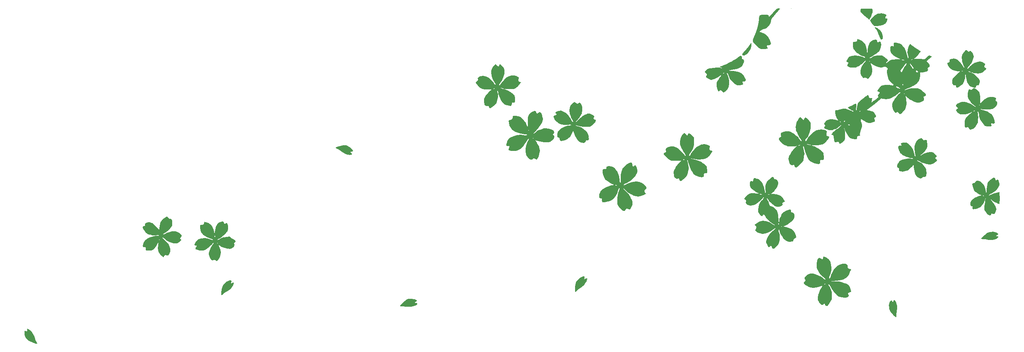
<source format=gto>
%TF.GenerationSoftware,KiCad,Pcbnew,7.0.10*%
%TF.CreationDate,2024-03-17T18:39:59-04:00*%
%TF.ProjectId,front panel,66726f6e-7420-4706-916e-656c2e6b6963,rev?*%
%TF.SameCoordinates,Original*%
%TF.FileFunction,Legend,Top*%
%TF.FilePolarity,Positive*%
%FSLAX46Y46*%
G04 Gerber Fmt 4.6, Leading zero omitted, Abs format (unit mm)*
G04 Created by KiCad (PCBNEW 7.0.10) date 2024-03-17 18:39:59*
%MOMM*%
%LPD*%
G01*
G04 APERTURE LIST*
G04 APERTURE END LIST*
%TO.C,G\u002A\u002A\u002A*%
G36*
X38762049Y-135901593D02*
G01*
X38968605Y-136006316D01*
X39213183Y-136178830D01*
X39457368Y-136390818D01*
X39662747Y-136613959D01*
X39724263Y-136698243D01*
X39986338Y-137133413D01*
X40189549Y-137579063D01*
X40368002Y-138111041D01*
X40383727Y-138164756D01*
X40490263Y-138478178D01*
X40611633Y-138757576D01*
X40691894Y-138897493D01*
X40802784Y-139067102D01*
X40852996Y-139171313D01*
X40853253Y-139174531D01*
X40780765Y-139225618D01*
X40580681Y-139211256D01*
X40279067Y-139137136D01*
X39901995Y-139008947D01*
X39667920Y-138915803D01*
X39238152Y-138725162D01*
X38926249Y-138551036D01*
X38688468Y-138359376D01*
X38481068Y-138116131D01*
X38301749Y-137852366D01*
X38129629Y-137533343D01*
X38033789Y-137202097D01*
X37994461Y-136882708D01*
X37972984Y-136584554D01*
X37976124Y-136420346D01*
X38014519Y-136355273D01*
X38098803Y-136354526D01*
X38152509Y-136365465D01*
X38381396Y-136427816D01*
X38509718Y-136473754D01*
X38608062Y-136497604D01*
X38635063Y-136428424D01*
X38607948Y-136240337D01*
X38591071Y-136030790D01*
X38622040Y-135901899D01*
X38631931Y-135892981D01*
X38762049Y-135901593D01*
G37*
G36*
X233207312Y-129518272D02*
G01*
X233368532Y-129772247D01*
X233420042Y-129876609D01*
X233542923Y-130168517D01*
X233612709Y-130440589D01*
X233642906Y-130762657D01*
X233647720Y-131053912D01*
X233635022Y-131443550D01*
X233601537Y-131824360D01*
X233554180Y-132120542D01*
X233548106Y-132145956D01*
X233494729Y-132482556D01*
X233484496Y-132833548D01*
X233491139Y-132919927D01*
X233495660Y-133171911D01*
X233433245Y-133287724D01*
X233297991Y-133265895D01*
X233083996Y-133104955D01*
X232785356Y-132803433D01*
X232715549Y-132726794D01*
X232458370Y-132423571D01*
X232226972Y-132119230D01*
X232061110Y-131867006D01*
X232029247Y-131807785D01*
X231910687Y-131463984D01*
X231853556Y-131068509D01*
X231852586Y-130655374D01*
X231902511Y-130258591D01*
X231998062Y-129912175D01*
X232133972Y-129650137D01*
X232304974Y-129506493D01*
X232388246Y-129489590D01*
X232463405Y-129556326D01*
X232570255Y-129722570D01*
X232592128Y-129763461D01*
X232734684Y-130038627D01*
X232834631Y-129742294D01*
X232945855Y-129504556D01*
X233068251Y-129429462D01*
X233207312Y-129518272D01*
G37*
G36*
X124846024Y-129197881D02*
G01*
X125229582Y-129223975D01*
X125537957Y-129269766D01*
X125668087Y-129308066D01*
X125878387Y-129450176D01*
X125938774Y-129615691D01*
X125845476Y-129772888D01*
X125731587Y-129842366D01*
X125558956Y-129951048D01*
X125537035Y-130037557D01*
X125667692Y-130080706D01*
X125710420Y-130082257D01*
X125948554Y-130125403D01*
X126082673Y-130234090D01*
X126088720Y-130359701D01*
X125990298Y-130461630D01*
X125784855Y-130596389D01*
X125575889Y-130705841D01*
X125158998Y-130848375D01*
X124647845Y-130943331D01*
X124110867Y-130984141D01*
X123616497Y-130964238D01*
X123360920Y-130918403D01*
X123056557Y-130873009D01*
X122713107Y-130867630D01*
X122620087Y-130875080D01*
X122373901Y-130893073D01*
X122253477Y-130869000D01*
X122218338Y-130793028D01*
X122217920Y-130777364D01*
X122278689Y-130655505D01*
X122440759Y-130456079D01*
X122673776Y-130208013D01*
X122947386Y-129940230D01*
X123231232Y-129681656D01*
X123494961Y-129461216D01*
X123708217Y-129307835D01*
X123816191Y-129254370D01*
X124082136Y-129211421D01*
X124444478Y-129193144D01*
X124846024Y-129197881D01*
G37*
G36*
X217272495Y-119707327D02*
G01*
X217515424Y-119793970D01*
X217829745Y-119952355D01*
X218171347Y-120160599D01*
X218335379Y-120280592D01*
X218465104Y-120414384D01*
X218570758Y-120588053D01*
X218662576Y-120827676D01*
X218750795Y-121159333D01*
X218845651Y-121609102D01*
X218943637Y-122128178D01*
X218948417Y-122366250D01*
X218908104Y-122711565D01*
X218832756Y-123111264D01*
X218732433Y-123512491D01*
X218617194Y-123862387D01*
X218610255Y-123880018D01*
X218468545Y-124279491D01*
X218405519Y-124563371D01*
X218423068Y-124719558D01*
X218474727Y-124746961D01*
X218545832Y-124675827D01*
X218641675Y-124501159D01*
X218736507Y-124281052D01*
X218804580Y-124073605D01*
X218822587Y-123962080D01*
X218867537Y-123788843D01*
X218987272Y-123517108D01*
X219159114Y-123186853D01*
X219360389Y-122838056D01*
X219568419Y-122510695D01*
X219760529Y-122244747D01*
X219864256Y-122125632D01*
X220355588Y-121728143D01*
X220905685Y-121455257D01*
X221481210Y-121317393D01*
X222048827Y-121324970D01*
X222272753Y-121372879D01*
X222444305Y-121435109D01*
X222524147Y-121531668D01*
X222546975Y-121719389D01*
X222547920Y-121823580D01*
X222608021Y-122157600D01*
X222783290Y-122372372D01*
X223066170Y-122459438D01*
X223117092Y-122460961D01*
X223274053Y-122509933D01*
X223309920Y-122625297D01*
X223275662Y-122784219D01*
X223234851Y-122836029D01*
X223170490Y-122943375D01*
X223110785Y-123145999D01*
X223103765Y-123181023D01*
X222923525Y-123700203D01*
X222596360Y-124149008D01*
X222131530Y-124522479D01*
X221538299Y-124815657D01*
X220825927Y-125023583D01*
X220003677Y-125141299D01*
X219394087Y-125167242D01*
X219132511Y-125180599D01*
X218955794Y-125212051D01*
X218907253Y-125244609D01*
X218985799Y-125272856D01*
X219197524Y-125289500D01*
X219506558Y-125292750D01*
X219748502Y-125286607D01*
X220223397Y-125279988D01*
X220632468Y-125306969D01*
X221031966Y-125377124D01*
X221478142Y-125500025D01*
X221968146Y-125664367D01*
X222339994Y-125802003D01*
X222589260Y-125917676D01*
X222755884Y-126036964D01*
X222879806Y-126185450D01*
X222944882Y-126289940D01*
X223061535Y-126530915D01*
X223172585Y-126828830D01*
X223263979Y-127134667D01*
X223321665Y-127399414D01*
X223331589Y-127574054D01*
X223321657Y-127604085D01*
X223208149Y-127678803D01*
X223005163Y-127745812D01*
X222986699Y-127749974D01*
X222741840Y-127846669D01*
X222655656Y-128000161D01*
X222725027Y-128217295D01*
X222752980Y-128262427D01*
X222837158Y-128413893D01*
X222823228Y-128524201D01*
X222698567Y-128667963D01*
X222681471Y-128685106D01*
X222538344Y-128803529D01*
X222373081Y-128867476D01*
X222129194Y-128892630D01*
X221923228Y-128895627D01*
X221343320Y-128869136D01*
X220889307Y-128781764D01*
X220525006Y-128621666D01*
X220214233Y-128376998D01*
X220155309Y-128316864D01*
X219916067Y-128066136D01*
X219683923Y-127826789D01*
X219563420Y-127704949D01*
X219413968Y-127541875D01*
X219334523Y-127427502D01*
X219330587Y-127412501D01*
X219285493Y-127315272D01*
X219169113Y-127127689D01*
X219054856Y-126959637D01*
X218849337Y-126646702D01*
X218646890Y-126306778D01*
X218572647Y-126170354D01*
X218446770Y-125956240D01*
X218343600Y-125829561D01*
X218301741Y-125813233D01*
X218268306Y-125874013D01*
X218294295Y-125997741D01*
X218389127Y-126207758D01*
X218562221Y-126527406D01*
X218657264Y-126694294D01*
X218795752Y-126944801D01*
X218889595Y-127154581D01*
X218950456Y-127370957D01*
X218989999Y-127641255D01*
X219019885Y-128012801D01*
X219032844Y-128218294D01*
X219056876Y-128638773D01*
X219064987Y-128928867D01*
X219052407Y-129127154D01*
X219014365Y-129272215D01*
X218946093Y-129402629D01*
X218872737Y-129513220D01*
X218742034Y-129711327D01*
X218663472Y-129843520D01*
X218653253Y-129868809D01*
X218609841Y-129952059D01*
X218498012Y-130130227D01*
X218393010Y-130288745D01*
X218171638Y-130585933D01*
X217993454Y-130741379D01*
X217833273Y-130768253D01*
X217665906Y-130679728D01*
X217657774Y-130673219D01*
X217519767Y-130533977D01*
X217467920Y-130432219D01*
X217413553Y-130309918D01*
X217277986Y-130307265D01*
X217120936Y-130409204D01*
X216957383Y-130521921D01*
X216789439Y-130511030D01*
X216717674Y-130483874D01*
X216488755Y-130342747D01*
X216281203Y-130140742D01*
X216143222Y-129931146D01*
X216113674Y-129816161D01*
X216052644Y-129651639D01*
X215975860Y-129564335D01*
X215900700Y-129406626D01*
X215876171Y-129129691D01*
X215898779Y-128774751D01*
X215965028Y-128383029D01*
X216071424Y-127995750D01*
X216120176Y-127862064D01*
X216340363Y-127326938D01*
X216535626Y-126899121D01*
X216697697Y-126595209D01*
X216818311Y-126431801D01*
X216840890Y-126414920D01*
X216946092Y-126318644D01*
X216959920Y-126278934D01*
X216886418Y-126273910D01*
X216689843Y-126318333D01*
X216406094Y-126403320D01*
X216261420Y-126451779D01*
X215515710Y-126654249D01*
X214853180Y-126715868D01*
X214263396Y-126636888D01*
X213910587Y-126508642D01*
X213526255Y-126308944D01*
X213186463Y-126094259D01*
X213093787Y-126021891D01*
X217213920Y-126021891D01*
X217273369Y-126040610D01*
X217417532Y-125972015D01*
X217428229Y-125965110D01*
X217566990Y-125856376D01*
X217605713Y-125787981D01*
X217604814Y-125786965D01*
X217507521Y-125789437D01*
X217361765Y-125863276D01*
X217242210Y-125963608D01*
X217213920Y-126021891D01*
X213093787Y-126021891D01*
X212921256Y-125887166D01*
X212760681Y-125710243D01*
X212726587Y-125618896D01*
X212782027Y-125467482D01*
X212918788Y-125276894D01*
X212952696Y-125239886D01*
X213093636Y-125079868D01*
X213125172Y-124977478D01*
X213060153Y-124873177D01*
X213037362Y-124847586D01*
X212910311Y-124601878D01*
X212932044Y-124344321D01*
X213001753Y-124225746D01*
X213242651Y-124006387D01*
X213581536Y-123789612D01*
X213950577Y-123612330D01*
X214281943Y-123511453D01*
X214326403Y-123504931D01*
X214807084Y-123516945D01*
X215362102Y-123645775D01*
X215957198Y-123878313D01*
X216558113Y-124201448D01*
X217070510Y-124554958D01*
X217313838Y-124732872D01*
X217503517Y-124852575D01*
X217603207Y-124891475D01*
X217607997Y-124889106D01*
X217598536Y-124792145D01*
X217490419Y-124631071D01*
X217317725Y-124446909D01*
X217114536Y-124280687D01*
X217087318Y-124262311D01*
X216884713Y-124086350D01*
X216631033Y-123805298D01*
X216358261Y-123461631D01*
X216098381Y-123097822D01*
X215883375Y-122756345D01*
X215745516Y-122480414D01*
X215649284Y-122103226D01*
X215614924Y-121664468D01*
X215636809Y-121205480D01*
X215709314Y-120767597D01*
X215826811Y-120392158D01*
X215983676Y-120120500D01*
X216078423Y-120034311D01*
X216206739Y-119973202D01*
X216335810Y-119991961D01*
X216526189Y-120102567D01*
X216569016Y-120131373D01*
X216816758Y-120285788D01*
X216960887Y-120327535D01*
X217027973Y-120252232D01*
X217044585Y-120055499D01*
X217044587Y-120052957D01*
X217068190Y-119841202D01*
X217125790Y-119712530D01*
X217133509Y-119706663D01*
X217272495Y-119707327D01*
G37*
G36*
X84365262Y-125104960D02*
G01*
X84386257Y-125312665D01*
X84322021Y-125592020D01*
X84284977Y-125732305D01*
X84321752Y-125752608D01*
X84464995Y-125665972D01*
X84480951Y-125655520D01*
X84738176Y-125520921D01*
X84893485Y-125520429D01*
X84945980Y-125653800D01*
X84931882Y-125778318D01*
X84760315Y-126240242D01*
X84442240Y-126699481D01*
X83999250Y-127132954D01*
X83452937Y-127517584D01*
X83149265Y-127683631D01*
X82850824Y-127854655D01*
X82571948Y-128049971D01*
X82461353Y-128144026D01*
X82290185Y-128282812D01*
X82167785Y-128339234D01*
X82143853Y-128332672D01*
X82101868Y-128203128D01*
X82087680Y-127967743D01*
X82100055Y-127687501D01*
X82137759Y-127423389D01*
X82164328Y-127320761D01*
X82224500Y-127081939D01*
X82281062Y-126778473D01*
X82296310Y-126674499D01*
X82417775Y-126305919D01*
X82665584Y-125925017D01*
X83004902Y-125571383D01*
X83400895Y-125284606D01*
X83614516Y-125176389D01*
X83987167Y-125041389D01*
X84234825Y-125016057D01*
X84365262Y-125104960D01*
G37*
G36*
X163487939Y-124121765D02*
G01*
X163577171Y-124191654D01*
X163596679Y-124336758D01*
X163573777Y-124515507D01*
X163516531Y-124854342D01*
X163714065Y-124715985D01*
X163915835Y-124612853D01*
X164096291Y-124580231D01*
X164202610Y-124623905D01*
X164212587Y-124661386D01*
X164184372Y-124781999D01*
X164111753Y-125003534D01*
X164044916Y-125186417D01*
X163852050Y-125546971D01*
X163553437Y-125938175D01*
X163193568Y-126312555D01*
X162816931Y-126622638D01*
X162544971Y-126786998D01*
X162274517Y-126952665D01*
X161984574Y-127181431D01*
X161851800Y-127307116D01*
X161513911Y-127655238D01*
X161455859Y-127423939D01*
X161432086Y-127180579D01*
X161441976Y-126827293D01*
X161479052Y-126418126D01*
X161536837Y-126007126D01*
X161608855Y-125648341D01*
X161688629Y-125395816D01*
X161702250Y-125367806D01*
X161901748Y-125079228D01*
X162179967Y-124790219D01*
X162502777Y-124524599D01*
X162836045Y-124306182D01*
X163145639Y-124158788D01*
X163397427Y-124106232D01*
X163487939Y-124121765D01*
G37*
G36*
X82564378Y-111804353D02*
G01*
X82663337Y-111937070D01*
X82678587Y-112066551D01*
X82744519Y-112225056D01*
X82906491Y-112285822D01*
X83110767Y-112230110D01*
X83124275Y-112221981D01*
X83313863Y-112174426D01*
X83470008Y-112270462D01*
X83585153Y-112486339D01*
X83651741Y-112798304D01*
X83662215Y-113182606D01*
X83609017Y-113615495D01*
X83592682Y-113694092D01*
X83523055Y-113931665D01*
X83411689Y-114139927D01*
X83227539Y-114365261D01*
X82969322Y-114625425D01*
X82596077Y-114976783D01*
X82295424Y-115235200D01*
X82025480Y-115432513D01*
X81744365Y-115600562D01*
X81559078Y-115697478D01*
X81334497Y-115821623D01*
X81188379Y-115923070D01*
X81156912Y-115962794D01*
X81213484Y-116025097D01*
X81361127Y-115997766D01*
X81554570Y-115891590D01*
X81601023Y-115856961D01*
X81766445Y-115739683D01*
X81871977Y-115687768D01*
X81874538Y-115687627D01*
X81977911Y-115643557D01*
X82148359Y-115536859D01*
X82157516Y-115530489D01*
X82353383Y-115418878D01*
X82509078Y-115370956D01*
X82509253Y-115370953D01*
X82651085Y-115361939D01*
X82909716Y-115340307D01*
X83233462Y-115310427D01*
X83289593Y-115305003D01*
X83942932Y-115241450D01*
X84528869Y-115595478D01*
X84824557Y-115782521D01*
X85075764Y-115956500D01*
X85235963Y-116084862D01*
X85252766Y-116101951D01*
X85333843Y-116214242D01*
X85315627Y-116312997D01*
X85185106Y-116459999D01*
X85175290Y-116469833D01*
X85035794Y-116635692D01*
X85011730Y-116772180D01*
X85051926Y-116887348D01*
X85095561Y-117166789D01*
X84993191Y-117433803D01*
X84765074Y-117643880D01*
X84689958Y-117682652D01*
X84458802Y-117797014D01*
X84276676Y-117903876D01*
X84270449Y-117908205D01*
X84074303Y-117961428D01*
X83763762Y-117949348D01*
X83376110Y-117881940D01*
X82948631Y-117769181D01*
X82518612Y-117621046D01*
X82123335Y-117447510D01*
X81800087Y-117258550D01*
X81774985Y-117240530D01*
X81506384Y-117043692D01*
X81709775Y-117562683D01*
X81921226Y-118198347D01*
X82014012Y-118745114D01*
X81987958Y-119235058D01*
X81842888Y-119700255D01*
X81696495Y-119984520D01*
X81520787Y-120250073D01*
X81332679Y-120480762D01*
X81167204Y-120637357D01*
X81072770Y-120682961D01*
X80984212Y-120629166D01*
X80839143Y-120499201D01*
X80833780Y-120493857D01*
X80681937Y-120370156D01*
X80557980Y-120366825D01*
X80477447Y-120409191D01*
X80202129Y-120507185D01*
X79959846Y-120447966D01*
X79863551Y-120365461D01*
X79679971Y-120101680D01*
X79502872Y-119755755D01*
X79372369Y-119411503D01*
X79336964Y-119265249D01*
X79342384Y-118975844D01*
X79425914Y-118590375D01*
X79571471Y-118153495D01*
X79762976Y-117709858D01*
X79984344Y-117304118D01*
X80111024Y-117115972D01*
X80315217Y-116834545D01*
X80429165Y-116661705D01*
X80465453Y-116571502D01*
X80457397Y-116562124D01*
X81183200Y-116562124D01*
X81185761Y-116659388D01*
X81239253Y-116788294D01*
X81327657Y-116911954D01*
X81379973Y-116929797D01*
X81377412Y-116832533D01*
X81323920Y-116703627D01*
X81235516Y-116579967D01*
X81183200Y-116562124D01*
X80457397Y-116562124D01*
X80436664Y-116537987D01*
X80393118Y-116534294D01*
X80298308Y-116597479D01*
X80151535Y-116758232D01*
X80066411Y-116869153D01*
X79840041Y-117132885D01*
X79524721Y-117439226D01*
X79171092Y-117744283D01*
X78829794Y-118004166D01*
X78571138Y-118165159D01*
X78130173Y-118315747D01*
X77631697Y-118368447D01*
X77169233Y-118315675D01*
X76746475Y-118194505D01*
X76477809Y-118078623D01*
X76349320Y-117952165D01*
X76347093Y-117799265D01*
X76457213Y-117604060D01*
X76497920Y-117550294D01*
X76632475Y-117355131D01*
X76640400Y-117252186D01*
X76515351Y-117214491D01*
X76418250Y-117211627D01*
X76223221Y-117186218D01*
X76118252Y-117129115D01*
X76119554Y-116994115D01*
X76200788Y-116771860D01*
X76336542Y-116507672D01*
X76501401Y-116246870D01*
X76669950Y-116034775D01*
X76790308Y-115930660D01*
X77002263Y-115833558D01*
X77311994Y-115728377D01*
X77637710Y-115641516D01*
X78358560Y-115550755D01*
X79034387Y-115620519D01*
X79520759Y-115779655D01*
X79791632Y-115876386D01*
X80033676Y-115930233D01*
X80208539Y-115937103D01*
X80277871Y-115892903D01*
X80267029Y-115859294D01*
X80159785Y-115787897D01*
X79951269Y-115706841D01*
X79859865Y-115679667D01*
X79429329Y-115533000D01*
X78967810Y-115328417D01*
X78533025Y-115095848D01*
X80626343Y-115095848D01*
X80630517Y-115137294D01*
X80661653Y-115332989D01*
X80693483Y-115431004D01*
X80698183Y-115433627D01*
X80720056Y-115359080D01*
X80730973Y-115175813D01*
X80731253Y-115137294D01*
X80714246Y-114941369D01*
X80672432Y-114843499D01*
X80663588Y-114840961D01*
X80627668Y-114914573D01*
X80626343Y-115095848D01*
X78533025Y-115095848D01*
X78528946Y-115093666D01*
X78166374Y-114856497D01*
X78000872Y-114717943D01*
X77647758Y-114271992D01*
X77423727Y-113763019D01*
X77340280Y-113228646D01*
X77397951Y-112745461D01*
X77465353Y-112616722D01*
X77609618Y-112562808D01*
X77774816Y-112554961D01*
X78061906Y-112499802D01*
X78226281Y-112329082D01*
X78275920Y-112052527D01*
X78282984Y-111947377D01*
X78325423Y-111896320D01*
X78435105Y-111899640D01*
X78643896Y-111957624D01*
X78948174Y-112058570D01*
X79254601Y-112193693D01*
X79564344Y-112381969D01*
X79839689Y-112593792D01*
X80042925Y-112799554D01*
X80136340Y-112969648D01*
X80138587Y-112993148D01*
X80171221Y-113112543D01*
X80253623Y-113322139D01*
X80299941Y-113427439D01*
X80416605Y-113746765D01*
X80506497Y-114100058D01*
X80521377Y-114185835D01*
X80573764Y-114433767D01*
X80638522Y-114605339D01*
X80669572Y-114643500D01*
X80721239Y-114618540D01*
X80706404Y-114441798D01*
X80703837Y-114428712D01*
X80696428Y-114166122D01*
X80744323Y-113797654D01*
X80836929Y-113373416D01*
X80963659Y-112943517D01*
X81085740Y-112621625D01*
X81242036Y-112333994D01*
X81444409Y-112144816D01*
X81620992Y-112046603D01*
X82053524Y-111859314D01*
X82364547Y-111778499D01*
X82564378Y-111804353D01*
G37*
G36*
X70114190Y-110786278D02*
G01*
X70224197Y-110967639D01*
X70235402Y-110996032D01*
X70331079Y-111156475D01*
X70479507Y-111187003D01*
X70534607Y-111178485D01*
X70789251Y-111190505D01*
X70972158Y-111343099D01*
X71088979Y-111643379D01*
X71133204Y-111931924D01*
X71144478Y-112342330D01*
X71101482Y-112688368D01*
X71081319Y-112760368D01*
X70945926Y-113015295D01*
X70705000Y-113327313D01*
X70394261Y-113660126D01*
X70049431Y-113977438D01*
X69706230Y-114242954D01*
X69491753Y-114375535D01*
X69254919Y-114514431D01*
X69093676Y-114631776D01*
X69047253Y-114690789D01*
X69111614Y-114729839D01*
X69274407Y-114693749D01*
X69490204Y-114596690D01*
X69639920Y-114505899D01*
X69878089Y-114386101D01*
X70226291Y-114259702D01*
X70626760Y-114142830D01*
X71021728Y-114051609D01*
X71353427Y-114002167D01*
X71460253Y-113997742D01*
X71859192Y-114052351D01*
X72279398Y-114191527D01*
X72674875Y-114391453D01*
X72999627Y-114628315D01*
X73207656Y-114878297D01*
X73223901Y-114910894D01*
X73265548Y-115050047D01*
X73222426Y-115169370D01*
X73070699Y-115322634D01*
X73023081Y-115363930D01*
X72869218Y-115518820D01*
X72809534Y-115628297D01*
X72824080Y-115654383D01*
X72964972Y-115733736D01*
X73074884Y-115808519D01*
X73159875Y-115897987D01*
X73156447Y-116000372D01*
X73049912Y-116139323D01*
X72825586Y-116338491D01*
X72666029Y-116466965D01*
X72409430Y-116637585D01*
X72146317Y-116728431D01*
X71831867Y-116745429D01*
X71421263Y-116694507D01*
X71225248Y-116657489D01*
X70642832Y-116490293D01*
X70115929Y-116242987D01*
X69691245Y-115939437D01*
X69559237Y-115806229D01*
X69333341Y-115583316D01*
X69119535Y-115430323D01*
X68954699Y-115370375D01*
X68894129Y-115389195D01*
X68922546Y-115467578D01*
X69054003Y-115609649D01*
X69173484Y-115713555D01*
X69773450Y-116269673D01*
X70225522Y-116840683D01*
X70525251Y-117417154D01*
X70668192Y-117989651D01*
X70649897Y-118548744D01*
X70602840Y-118745401D01*
X70499528Y-119025687D01*
X70377909Y-119264996D01*
X70332084Y-119331004D01*
X70217672Y-119449105D01*
X70099300Y-119475135D01*
X69905917Y-119420968D01*
X69870266Y-119408187D01*
X69655057Y-119344024D01*
X69517875Y-119358231D01*
X69388988Y-119452517D01*
X69260243Y-119607374D01*
X69216587Y-119722416D01*
X69193804Y-119815134D01*
X69113579Y-119811604D01*
X68958096Y-119702541D01*
X68709539Y-119478660D01*
X68661704Y-119433245D01*
X68416000Y-119172111D01*
X68202547Y-118898885D01*
X68085219Y-118705849D01*
X67960928Y-118295880D01*
X67915331Y-117787614D01*
X67950757Y-117233890D01*
X68006723Y-116924222D01*
X68069046Y-116605549D01*
X68082166Y-116428753D01*
X68048391Y-116400171D01*
X67970025Y-116526137D01*
X67910413Y-116659610D01*
X67761015Y-116942176D01*
X67538609Y-117275272D01*
X67277157Y-117616285D01*
X67010624Y-117922601D01*
X66772975Y-118151606D01*
X66653058Y-118237179D01*
X66426605Y-118310512D01*
X66105663Y-118355526D01*
X65763395Y-118367694D01*
X65472965Y-118342491D01*
X65374691Y-118316262D01*
X65221951Y-118237059D01*
X65176513Y-118119694D01*
X65198855Y-117940096D01*
X65219606Y-117736479D01*
X65165274Y-117635076D01*
X65076560Y-117595370D01*
X64901221Y-117570171D01*
X64821503Y-117587940D01*
X64707657Y-117574414D01*
X64609003Y-117502615D01*
X64529577Y-117308965D01*
X64560308Y-117019026D01*
X64693425Y-116658023D01*
X64921156Y-116251184D01*
X64960288Y-116194199D01*
X68126588Y-116194199D01*
X68126615Y-116195627D01*
X68157106Y-116216450D01*
X68228419Y-116105449D01*
X68245978Y-116068627D01*
X68326803Y-115853333D01*
X68359251Y-115689055D01*
X68359225Y-115687627D01*
X68328734Y-115666804D01*
X68257421Y-115777805D01*
X68239862Y-115814627D01*
X68159037Y-116029921D01*
X68126588Y-116194199D01*
X64960288Y-116194199D01*
X65054218Y-116057415D01*
X65241553Y-115839828D01*
X65466876Y-115676663D01*
X65787270Y-115529077D01*
X65886740Y-115490877D01*
X66456089Y-115289653D01*
X66930979Y-115153673D01*
X67367350Y-115070373D01*
X67821139Y-115027184D01*
X67984687Y-115019576D01*
X68148230Y-114995035D01*
X68157149Y-114934456D01*
X68143763Y-114919604D01*
X68026352Y-114876703D01*
X67788205Y-114876389D01*
X67407867Y-114918655D01*
X67402551Y-114919393D01*
X67044919Y-114961829D01*
X66802936Y-114967567D01*
X66626505Y-114934576D01*
X66506846Y-114883083D01*
X66256974Y-114790887D01*
X66034618Y-114756294D01*
X65704156Y-114675272D01*
X65350388Y-114438641D01*
X65129334Y-114205961D01*
X68301759Y-114205961D01*
X68310910Y-114350556D01*
X68337415Y-114363287D01*
X68340789Y-114355739D01*
X68357538Y-114187659D01*
X68343926Y-114101739D01*
X68316976Y-114067211D01*
X68302317Y-114179668D01*
X68301759Y-114205961D01*
X65129334Y-114205961D01*
X64986919Y-114056056D01*
X64911665Y-113959443D01*
X64650948Y-113578561D01*
X64517958Y-113290049D01*
X64508607Y-113079981D01*
X64612222Y-112939141D01*
X64760112Y-112864063D01*
X64834153Y-112863798D01*
X64953883Y-112876458D01*
X65011201Y-112769329D01*
X64985697Y-112603720D01*
X64976423Y-112382400D01*
X65120146Y-112200836D01*
X65403071Y-112069556D01*
X65773891Y-112002289D01*
X66085769Y-111987546D01*
X66318187Y-112025667D01*
X66557379Y-112134598D01*
X66641894Y-112182915D01*
X66859544Y-112334178D01*
X67125047Y-112553030D01*
X67408267Y-112809993D01*
X67679071Y-113075586D01*
X67907324Y-113320333D01*
X68062889Y-113514753D01*
X68115920Y-113624847D01*
X68164108Y-113754872D01*
X68185738Y-113773450D01*
X68224967Y-113721194D01*
X68255200Y-113541581D01*
X68267663Y-113333947D01*
X68308170Y-112846060D01*
X68397026Y-112359936D01*
X68520330Y-111942559D01*
X68589592Y-111782487D01*
X68715676Y-111607867D01*
X68925016Y-111387124D01*
X69107398Y-111223370D01*
X69480746Y-110932333D01*
X69760782Y-110764933D01*
X69965825Y-110717479D01*
X70114190Y-110786278D01*
G37*
G36*
X205887500Y-101844597D02*
G01*
X205989173Y-101929539D01*
X205994316Y-101936222D01*
X206093478Y-102121561D01*
X206119894Y-102238111D01*
X206174135Y-102339383D01*
X206352238Y-102366285D01*
X206385911Y-102365111D01*
X206653423Y-102427334D01*
X206848636Y-102638870D01*
X206967422Y-102994026D01*
X206995372Y-103205357D01*
X207003227Y-103472546D01*
X206960504Y-103693966D01*
X206847827Y-103941629D01*
X206751878Y-104110261D01*
X206586411Y-104355800D01*
X206364414Y-104638259D01*
X206114801Y-104926361D01*
X205866486Y-105188831D01*
X205648383Y-105394395D01*
X205489404Y-105511776D01*
X205441537Y-105527627D01*
X205362360Y-105578224D01*
X205360690Y-105591127D01*
X205437817Y-105623591D01*
X205638868Y-105645399D01*
X205889856Y-105651623D01*
X206600972Y-105704785D01*
X207197370Y-105877340D01*
X207690494Y-106175732D01*
X208091788Y-106606409D01*
X208347086Y-107035625D01*
X208485427Y-107315955D01*
X208194144Y-107487816D01*
X208007095Y-107620382D01*
X207954870Y-107731732D01*
X207976386Y-107800152D01*
X208021483Y-108026785D01*
X207907598Y-108214532D01*
X207642481Y-108354080D01*
X207478868Y-108398038D01*
X207062223Y-108470409D01*
X206741670Y-108477222D01*
X206455828Y-108415168D01*
X206249587Y-108331776D01*
X206051747Y-108211665D01*
X205798613Y-108017912D01*
X205523009Y-107781074D01*
X205257758Y-107531706D01*
X205035682Y-107300364D01*
X204889607Y-107117606D01*
X204849542Y-107028436D01*
X204796223Y-106901434D01*
X204667922Y-106717152D01*
X204629528Y-106670627D01*
X204412560Y-106416627D01*
X204468488Y-106663945D01*
X204562855Y-106917695D01*
X204672328Y-107099302D01*
X204775997Y-107280845D01*
X204893139Y-107558698D01*
X204976818Y-107804484D01*
X205073091Y-108092103D01*
X205157373Y-108249958D01*
X205253840Y-108313710D01*
X205327414Y-108321627D01*
X205581720Y-108387583D01*
X205888500Y-108563163D01*
X206209622Y-108814941D01*
X206506953Y-109109486D01*
X206742362Y-109413371D01*
X206872683Y-109676294D01*
X206932204Y-109948797D01*
X206985164Y-110338575D01*
X207027881Y-110793592D01*
X207056673Y-111261815D01*
X207067860Y-111691208D01*
X207057760Y-112029738D01*
X207046390Y-112131627D01*
X207015511Y-112417616D01*
X207033654Y-112550640D01*
X207099654Y-112526598D01*
X207141894Y-112467842D01*
X207182253Y-112323204D01*
X207211111Y-112066178D01*
X207221957Y-111767302D01*
X207235341Y-111417129D01*
X207284102Y-111169435D01*
X207384009Y-110958505D01*
X207434920Y-110879815D01*
X207564145Y-110671282D01*
X207639053Y-110514866D01*
X207646587Y-110480627D01*
X207690931Y-110362533D01*
X207802842Y-110166606D01*
X207864779Y-110071836D01*
X208045247Y-109862128D01*
X208300394Y-109675674D01*
X208672526Y-109482319D01*
X208727095Y-109457201D01*
X209137242Y-109274474D01*
X209423139Y-109161682D01*
X209612324Y-109113695D01*
X209732334Y-109125386D01*
X209810706Y-109191625D01*
X209845722Y-109248853D01*
X209913008Y-109472358D01*
X209916178Y-109616119D01*
X209924810Y-109751401D01*
X210035165Y-109784138D01*
X210106453Y-109778248D01*
X210347059Y-109825947D01*
X210530492Y-110001681D01*
X210618792Y-110265242D01*
X210621692Y-110323950D01*
X210604270Y-110786238D01*
X210538022Y-111130391D01*
X210408188Y-111404148D01*
X210214798Y-111640138D01*
X209920061Y-111907896D01*
X209552930Y-112189688D01*
X209159834Y-112454652D01*
X208787202Y-112671925D01*
X208481465Y-112810646D01*
X208428923Y-112827241D01*
X208112253Y-112916080D01*
X208747253Y-113067749D01*
X209415366Y-113269051D01*
X209944318Y-113531300D01*
X210359796Y-113876737D01*
X210687490Y-114327604D01*
X210953088Y-114906145D01*
X210990972Y-115010440D01*
X211055316Y-115283721D01*
X211001606Y-115457259D01*
X210814169Y-115566190D01*
X210732057Y-115590847D01*
X210541239Y-115686793D01*
X210443916Y-115877650D01*
X210430229Y-115936867D01*
X210364431Y-116151182D01*
X210250871Y-116280270D01*
X210054160Y-116341219D01*
X209738911Y-116351119D01*
X209584563Y-116345237D01*
X209144795Y-116287784D01*
X208775887Y-116147469D01*
X208445600Y-115902528D01*
X208121694Y-115531196D01*
X207894388Y-115204220D01*
X207699767Y-114889957D01*
X207541339Y-114604199D01*
X207444094Y-114393226D01*
X207427997Y-114340493D01*
X207361817Y-114112382D01*
X207302806Y-113974276D01*
X207234397Y-113784911D01*
X207223253Y-113699109D01*
X207177893Y-113585702D01*
X207138587Y-113570961D01*
X207069412Y-113641104D01*
X207059308Y-113817658D01*
X207104461Y-114049807D01*
X207190841Y-114267479D01*
X207263930Y-114477372D01*
X207310275Y-114787204D01*
X207333512Y-115225824D01*
X207336989Y-115427442D01*
X207329684Y-115946538D01*
X207285430Y-116343397D01*
X207189132Y-116663695D01*
X207025693Y-116953113D01*
X206780019Y-117257329D01*
X206704935Y-117340015D01*
X206354232Y-117681667D01*
X206072137Y-117870551D01*
X205856624Y-117907795D01*
X205765877Y-117864166D01*
X205649744Y-117717156D01*
X205537486Y-117498804D01*
X205530939Y-117482499D01*
X205421152Y-117203037D01*
X205178644Y-117435374D01*
X205038287Y-117558294D01*
X204931054Y-117598848D01*
X204831650Y-117539977D01*
X204714778Y-117364623D01*
X204555141Y-117055727D01*
X204524753Y-116994413D01*
X204401815Y-116727433D01*
X204335298Y-116505812D01*
X204327252Y-116286052D01*
X204379726Y-116024651D01*
X204494770Y-115678110D01*
X204600015Y-115397233D01*
X204848177Y-114935670D01*
X205249267Y-114441274D01*
X205792915Y-113926010D01*
X206075422Y-113695129D01*
X206258694Y-113526982D01*
X206360468Y-113384946D01*
X206368252Y-113334290D01*
X206288828Y-113322817D01*
X206108587Y-113426512D01*
X205921993Y-113570401D01*
X205286789Y-114022290D01*
X204646444Y-114340232D01*
X204017510Y-114522288D01*
X203416541Y-114566520D01*
X202860091Y-114470992D01*
X202364711Y-114233764D01*
X202098857Y-114017934D01*
X201801254Y-113728906D01*
X201972254Y-113511515D01*
X202121637Y-113227623D01*
X202107980Y-112971315D01*
X202087944Y-112946571D01*
X207634837Y-112946571D01*
X207747294Y-112961230D01*
X207773587Y-112961788D01*
X207918182Y-112952637D01*
X207930913Y-112926132D01*
X207923365Y-112922758D01*
X207755285Y-112906009D01*
X207669365Y-112919621D01*
X207634837Y-112946571D01*
X202087944Y-112946571D01*
X201932043Y-112754035D01*
X201921432Y-112746165D01*
X201699611Y-112584580D01*
X202213587Y-112198217D01*
X202688042Y-111887872D01*
X203127426Y-111713462D01*
X203580475Y-111663783D01*
X204095926Y-111727630D01*
X204180438Y-111746033D01*
X205023691Y-112020060D01*
X205850886Y-112456771D01*
X205971923Y-112535032D01*
X206173735Y-112652499D01*
X206314130Y-112704669D01*
X206344532Y-112699904D01*
X206303105Y-112637021D01*
X206146654Y-112520973D01*
X205927109Y-112387405D01*
X205325495Y-111986289D01*
X204771141Y-111480696D01*
X204230159Y-110839536D01*
X204208117Y-110810363D01*
X203999405Y-110537419D01*
X203830511Y-110324728D01*
X203725592Y-110202311D01*
X203704263Y-110184294D01*
X203647634Y-110251032D01*
X203553005Y-110413866D01*
X203541760Y-110435380D01*
X203444174Y-110586042D01*
X203341498Y-110631606D01*
X203208450Y-110562694D01*
X203019749Y-110369929D01*
X202863462Y-110183791D01*
X202669563Y-109923151D01*
X202554315Y-109686655D01*
X202507836Y-109425153D01*
X202520246Y-109089492D01*
X202568576Y-108716784D01*
X202708245Y-108111963D01*
X202947134Y-107596067D01*
X203315187Y-107107128D01*
X203381708Y-107034088D01*
X203591256Y-106777411D01*
X203721882Y-106553625D01*
X203750981Y-106441421D01*
X203740864Y-106334882D01*
X203694528Y-106337964D01*
X203585706Y-106462430D01*
X203522793Y-106543627D01*
X203169957Y-106960490D01*
X202773639Y-107358315D01*
X202373628Y-107701324D01*
X202009714Y-107953739D01*
X201875415Y-108024967D01*
X201318658Y-108203385D01*
X200761718Y-108230200D01*
X200237181Y-108105014D01*
X200108026Y-108046461D01*
X199883618Y-107918219D01*
X199772717Y-107789076D01*
X199755412Y-107607016D01*
X199811792Y-107320027D01*
X199818863Y-107291084D01*
X199833562Y-107123264D01*
X199747768Y-107009077D01*
X199611857Y-106929076D01*
X199436423Y-106821125D01*
X199350887Y-106734665D01*
X199349253Y-106726360D01*
X199404241Y-106638482D01*
X199550569Y-106463280D01*
X199760287Y-106233608D01*
X199836087Y-106154113D01*
X200235137Y-105788022D01*
X200466657Y-105645479D01*
X202820587Y-105645479D01*
X202892695Y-105697692D01*
X203068980Y-105763619D01*
X203095753Y-105771570D01*
X203357060Y-105840958D01*
X203476949Y-105854547D01*
X203473536Y-105813303D01*
X203451353Y-105790547D01*
X203419343Y-105773679D01*
X204720674Y-105773679D01*
X204816416Y-105808768D01*
X204968929Y-105800392D01*
X205087899Y-105758909D01*
X205106587Y-105729419D01*
X205033767Y-105705198D01*
X204889923Y-105696961D01*
X204746427Y-105721592D01*
X204720674Y-105773679D01*
X203419343Y-105773679D01*
X203333017Y-105728189D01*
X203148235Y-105670695D01*
X202961772Y-105632958D01*
X202838392Y-105629875D01*
X202820587Y-105645479D01*
X200466657Y-105645479D01*
X200576026Y-105578142D01*
X200658531Y-105548239D01*
X200920155Y-105503833D01*
X201289322Y-105482559D01*
X201705956Y-105483521D01*
X202109979Y-105505821D01*
X202441315Y-105548562D01*
X202558659Y-105576611D01*
X202701341Y-105599747D01*
X202707626Y-105550343D01*
X202590725Y-105464914D01*
X202429249Y-105405598D01*
X202201976Y-105309959D01*
X201897324Y-105131265D01*
X201562077Y-104901600D01*
X201243021Y-104653047D01*
X200986943Y-104417690D01*
X200983714Y-104414312D01*
X200805364Y-104187842D01*
X200707033Y-103937089D01*
X200662600Y-103658809D01*
X200649508Y-103349123D01*
X200671306Y-103072703D01*
X200699712Y-102956361D01*
X200778467Y-102803671D01*
X200894649Y-102757628D01*
X201078715Y-102780383D01*
X201269872Y-102806371D01*
X201356813Y-102759138D01*
X201389752Y-102597223D01*
X201396810Y-102517739D01*
X201467875Y-102227978D01*
X201622722Y-102084872D01*
X201866008Y-102085364D01*
X201992933Y-102126573D01*
X202231293Y-102212235D01*
X202426294Y-102269433D01*
X202432038Y-102270709D01*
X202744080Y-102404353D01*
X203058296Y-102645403D01*
X203315190Y-102943561D01*
X203398612Y-103087874D01*
X203516087Y-103344505D01*
X203629214Y-103610232D01*
X203717567Y-103834851D01*
X203760722Y-103968160D01*
X203762066Y-103981215D01*
X203782482Y-104066525D01*
X203836532Y-104262222D01*
X203877346Y-104404548D01*
X203964887Y-104753304D01*
X204038568Y-105124344D01*
X204053054Y-105216493D01*
X204103325Y-105465070D01*
X204161757Y-105553760D01*
X204200037Y-105536710D01*
X204244447Y-105395903D01*
X204196340Y-105138453D01*
X204193316Y-105128178D01*
X204093149Y-104605230D01*
X204098171Y-104105418D01*
X204155506Y-103834294D01*
X204239903Y-103551138D01*
X204327913Y-103233624D01*
X204342419Y-103178471D01*
X204426176Y-102953346D01*
X204571019Y-102745112D01*
X204810765Y-102510076D01*
X204955083Y-102386867D01*
X205312931Y-102099097D01*
X205572321Y-101919427D01*
X205756197Y-101837910D01*
X205887500Y-101844597D01*
G37*
G36*
X255636074Y-114187206D02*
G01*
X256021650Y-114336694D01*
X256175653Y-114449836D01*
X256356699Y-114618506D01*
X256083854Y-114846287D01*
X255811008Y-115074068D01*
X256118076Y-115131674D01*
X256338720Y-115208333D01*
X256396382Y-115322331D01*
X256292372Y-115469994D01*
X256027998Y-115647644D01*
X255912571Y-115708794D01*
X255652176Y-115828182D01*
X255413463Y-115898698D01*
X255134363Y-115932463D01*
X254752809Y-115941597D01*
X254720182Y-115941627D01*
X254384224Y-115936338D01*
X254117027Y-115922223D01*
X253960615Y-115901905D01*
X253938648Y-115892800D01*
X253837609Y-115864505D01*
X253608998Y-115830361D01*
X253294180Y-115796084D01*
X253141371Y-115782626D01*
X252392920Y-115721278D01*
X252900920Y-115215607D01*
X253289766Y-114838833D01*
X253600552Y-114568702D01*
X253866745Y-114384442D01*
X254121814Y-114265280D01*
X254399227Y-114190442D01*
X254608884Y-114155514D01*
X255153445Y-114124613D01*
X255636074Y-114187206D01*
G37*
G36*
X255578098Y-102046943D02*
G01*
X255693131Y-102235503D01*
X255737253Y-102474061D01*
X255776168Y-102624253D01*
X255880525Y-102623924D01*
X255991253Y-102521961D01*
X256150102Y-102410616D01*
X256306073Y-102414569D01*
X256365476Y-102468662D01*
X256410097Y-102585470D01*
X256478617Y-102811803D01*
X256537688Y-103028651D01*
X256603522Y-103302024D01*
X256619397Y-103492969D01*
X256577512Y-103673758D01*
X256470069Y-103916660D01*
X256433716Y-103992116D01*
X256084489Y-104540312D01*
X255611287Y-105029102D01*
X255058673Y-105415462D01*
X254850815Y-105520313D01*
X254540827Y-105673951D01*
X254327916Y-105805852D01*
X254229966Y-105902077D01*
X254264862Y-105948688D01*
X254298258Y-105950961D01*
X254417850Y-105916225D01*
X254640942Y-105825065D01*
X254919715Y-105697052D01*
X254925569Y-105694231D01*
X255225681Y-105567535D01*
X255575047Y-105447032D01*
X255931061Y-105344050D01*
X256251121Y-105269920D01*
X256492622Y-105235971D01*
X256605087Y-105247601D01*
X256629083Y-105340105D01*
X256647207Y-105563760D01*
X256659525Y-105883652D01*
X256666106Y-106264865D01*
X256667016Y-106672484D01*
X256662323Y-107071595D01*
X256652095Y-107427281D01*
X256636398Y-107704629D01*
X256615300Y-107868723D01*
X256599974Y-107898294D01*
X256491058Y-107869388D01*
X256273545Y-107793842D01*
X256012654Y-107695014D01*
X255571004Y-107494152D01*
X255155207Y-107238886D01*
X254712982Y-106895266D01*
X254509587Y-106718913D01*
X254421447Y-106648198D01*
X254443042Y-106687773D01*
X254565816Y-106826763D01*
X254738696Y-107010113D01*
X255122476Y-107454926D01*
X255450149Y-107921537D01*
X255702592Y-108376153D01*
X255860679Y-108784977D01*
X255906587Y-109073876D01*
X255869267Y-109345567D01*
X255773427Y-109645244D01*
X255643241Y-109917803D01*
X255502885Y-110108142D01*
X255431206Y-110157404D01*
X255263514Y-110157625D01*
X255104615Y-110100891D01*
X254889622Y-110039650D01*
X254756410Y-110117550D01*
X254721253Y-110273957D01*
X254660214Y-110409762D01*
X254502144Y-110448149D01*
X254284613Y-110394445D01*
X254045189Y-110253976D01*
X253939537Y-110163127D01*
X253557916Y-109737842D01*
X253330704Y-109341756D01*
X253260013Y-109083627D01*
X253246511Y-108805524D01*
X253263528Y-108416893D01*
X253305013Y-107972542D01*
X253364916Y-107527282D01*
X253437186Y-107135920D01*
X253501930Y-106892176D01*
X253570153Y-106649892D01*
X253587096Y-106503160D01*
X253555239Y-106474097D01*
X253477064Y-106584816D01*
X253469142Y-106599876D01*
X253404097Y-106767433D01*
X253323680Y-107030445D01*
X253273237Y-107220961D01*
X253157768Y-107557413D01*
X253011384Y-107796609D01*
X252964183Y-107842270D01*
X252779612Y-108036962D01*
X252646506Y-108237761D01*
X252388784Y-108558171D01*
X252001028Y-108796698D01*
X251615861Y-108916633D01*
X251206902Y-109000536D01*
X250933597Y-109051209D01*
X250765484Y-109068281D01*
X250672103Y-109051377D01*
X250622992Y-109000126D01*
X250587690Y-108914154D01*
X250583883Y-108903995D01*
X250553167Y-108668436D01*
X250585570Y-108554461D01*
X250614727Y-108444768D01*
X250517197Y-108408073D01*
X250451544Y-108406294D01*
X250245461Y-108342007D01*
X250152232Y-108242527D01*
X250088660Y-108044018D01*
X250066965Y-107809816D01*
X250088519Y-107610740D01*
X250138317Y-107524052D01*
X250207086Y-107415145D01*
X250260112Y-107238166D01*
X250353739Y-107041628D01*
X250570757Y-106834821D01*
X250757881Y-106703061D01*
X251133859Y-106480061D01*
X251530728Y-106283345D01*
X251902615Y-106132583D01*
X252203642Y-106047444D01*
X252314547Y-106035627D01*
X252489325Y-106002681D01*
X252541105Y-105965959D01*
X252864670Y-105965959D01*
X252926215Y-106024490D01*
X252943253Y-106035627D01*
X253098378Y-106110419D01*
X253172418Y-106097989D01*
X253154920Y-106035627D01*
X253034091Y-105961958D01*
X252959423Y-105952257D01*
X252864670Y-105965959D01*
X252541105Y-105965959D01*
X252562253Y-105950961D01*
X252541953Y-105879394D01*
X252476493Y-105866294D01*
X252314824Y-105820577D01*
X252059064Y-105699164D01*
X251752282Y-105525658D01*
X251437546Y-105323664D01*
X251275348Y-105208002D01*
X250984421Y-104896269D01*
X250746153Y-104443819D01*
X250572908Y-103874402D01*
X250567028Y-103847294D01*
X250518355Y-103523642D01*
X250551139Y-103327172D01*
X250679542Y-103229681D01*
X250890390Y-103203224D01*
X251074529Y-103161413D01*
X251148019Y-103021428D01*
X251149999Y-103008608D01*
X251251752Y-102800772D01*
X251468899Y-102692764D01*
X251778850Y-102686265D01*
X252159010Y-102782954D01*
X252452517Y-102911768D01*
X252763131Y-103153684D01*
X253046990Y-103533457D01*
X253288376Y-104019972D01*
X253471570Y-104582113D01*
X253574387Y-105132589D01*
X253619348Y-105424510D01*
X253661261Y-105553008D01*
X253697915Y-105523995D01*
X253727103Y-105343377D01*
X253746614Y-105017065D01*
X253753787Y-104652753D01*
X253783999Y-104006706D01*
X253869964Y-103494783D01*
X254020294Y-103088467D01*
X254243602Y-102759243D01*
X254363044Y-102635375D01*
X254662673Y-102380687D01*
X254969585Y-102167359D01*
X255240918Y-102022140D01*
X255426768Y-101971627D01*
X255578098Y-102046943D01*
G37*
G36*
X174127234Y-98627903D02*
G01*
X174250310Y-98778693D01*
X174289216Y-99046394D01*
X174315169Y-99274110D01*
X174369424Y-99429408D01*
X174442075Y-99495210D01*
X174545135Y-99454283D01*
X174668266Y-99347575D01*
X174849898Y-99217376D01*
X174997332Y-99214468D01*
X175121760Y-99349777D01*
X175234373Y-99634229D01*
X175326632Y-99990297D01*
X175396229Y-100306309D01*
X175428073Y-100538708D01*
X175411988Y-100733486D01*
X175337795Y-100936635D01*
X175195319Y-101194147D01*
X174984734Y-101535385D01*
X174492041Y-102185731D01*
X173907368Y-102696444D01*
X173219820Y-103076548D01*
X173034329Y-103150824D01*
X172647672Y-103316878D01*
X172420854Y-103468108D01*
X172345680Y-103610640D01*
X172353749Y-103659807D01*
X172437247Y-103665939D01*
X172632683Y-103606022D01*
X172901933Y-103492461D01*
X172975587Y-103457493D01*
X173789886Y-103112426D01*
X174525476Y-102908147D01*
X175194677Y-102842660D01*
X175809808Y-102913971D01*
X176002968Y-102967162D01*
X176430038Y-103153708D01*
X176837310Y-103421602D01*
X177175952Y-103732936D01*
X177396923Y-104049356D01*
X177475415Y-104233738D01*
X177469057Y-104352137D01*
X177359500Y-104474648D01*
X177264304Y-104555971D01*
X177052935Y-104805525D01*
X177010793Y-105055842D01*
X177137928Y-105306522D01*
X177166587Y-105338789D01*
X177287947Y-105482299D01*
X177335920Y-105564064D01*
X177264424Y-105628019D01*
X177079035Y-105733569D01*
X176823401Y-105860222D01*
X176541168Y-105987486D01*
X176275985Y-106094869D01*
X176071498Y-106161879D01*
X176053491Y-106166150D01*
X175597592Y-106220961D01*
X175134354Y-106174040D01*
X174629195Y-106017821D01*
X174047537Y-105744735D01*
X173991587Y-105714884D01*
X173734739Y-105556533D01*
X173427267Y-105339093D01*
X173129206Y-105107609D01*
X172900589Y-104907127D01*
X172860361Y-104866100D01*
X172680981Y-104686912D01*
X172495561Y-104521844D01*
X172342661Y-104402663D01*
X172260845Y-104361136D01*
X172255920Y-104368156D01*
X172312356Y-104447753D01*
X172464072Y-104616496D01*
X172684677Y-104845758D01*
X172835381Y-104996748D01*
X173231887Y-105410602D01*
X173535128Y-105788483D01*
X173785202Y-106189625D01*
X174022211Y-106673262D01*
X174116210Y-106888699D01*
X174279631Y-107337230D01*
X174336910Y-107710400D01*
X174285701Y-108066637D01*
X174123657Y-108464372D01*
X174047006Y-108611821D01*
X173859195Y-108926264D01*
X173699765Y-109095459D01*
X173541271Y-109134022D01*
X173356271Y-109056573D01*
X173292590Y-109013679D01*
X173110210Y-108909573D01*
X172973663Y-108917716D01*
X172847385Y-109054928D01*
X172722773Y-109283157D01*
X172561149Y-109451670D01*
X172334735Y-109477029D01*
X172095341Y-109368979D01*
X171833097Y-109143649D01*
X171537453Y-108828245D01*
X171258679Y-108479912D01*
X171082736Y-108217863D01*
X170989902Y-108047336D01*
X170934601Y-107885244D01*
X170910606Y-107685409D01*
X170911689Y-107401653D01*
X170927367Y-107065719D01*
X170970529Y-106507976D01*
X171035553Y-105976353D01*
X171115840Y-105513095D01*
X171204788Y-105160442D01*
X171240421Y-105061961D01*
X171354601Y-104755841D01*
X171430662Y-104491347D01*
X171457228Y-104312611D01*
X171445618Y-104265770D01*
X171368740Y-104285469D01*
X171265221Y-104464759D01*
X171138374Y-104796565D01*
X171020315Y-105173934D01*
X170841841Y-105660263D01*
X170622706Y-106018413D01*
X170547474Y-106105267D01*
X170318184Y-106364744D01*
X170096247Y-106638233D01*
X170036669Y-106717489D01*
X169851993Y-106921221D01*
X169609809Y-107086055D01*
X169279628Y-107225952D01*
X168830964Y-107354872D01*
X168459074Y-107439884D01*
X168040146Y-107518823D01*
X167758261Y-107536494D01*
X167588850Y-107482188D01*
X167507345Y-107345196D01*
X167489180Y-107114806D01*
X167492782Y-107018645D01*
X167498744Y-106780898D01*
X167466591Y-106666757D01*
X167370911Y-106630975D01*
X167273539Y-106628294D01*
X167050668Y-106556438D01*
X166903873Y-106366326D01*
X166844414Y-106096138D01*
X166883552Y-105784057D01*
X166964775Y-105581449D01*
X167055533Y-105367598D01*
X167093946Y-105200449D01*
X167135830Y-105036024D01*
X167270476Y-104862580D01*
X167521198Y-104654493D01*
X167716110Y-104516617D01*
X168117525Y-104282617D01*
X168611441Y-104053544D01*
X169132727Y-103855334D01*
X169616255Y-103713922D01*
X169842920Y-103669691D01*
X169934037Y-103653366D01*
X170477920Y-103653366D01*
X170541491Y-103728494D01*
X170744634Y-103789916D01*
X170939353Y-103822764D01*
X170971981Y-103796208D01*
X170939353Y-103759143D01*
X170796461Y-103670993D01*
X170629294Y-103619497D01*
X170504611Y-103619957D01*
X170477920Y-103653366D01*
X169934037Y-103653366D01*
X170078037Y-103627566D01*
X170158688Y-103588890D01*
X170099412Y-103546563D01*
X170096920Y-103545638D01*
X169877342Y-103450049D01*
X169758253Y-103388751D01*
X169581374Y-103291597D01*
X169333622Y-103157275D01*
X169226446Y-103099577D01*
X168950837Y-102932012D01*
X168698606Y-102747621D01*
X168634645Y-102692272D01*
X168469303Y-102552853D01*
X168355843Y-102481901D01*
X168344521Y-102479627D01*
X168251448Y-102405681D01*
X168125699Y-102210283D01*
X167986718Y-101933094D01*
X167853951Y-101613774D01*
X167746843Y-101291983D01*
X167727943Y-101222032D01*
X167658146Y-100885646D01*
X167618560Y-100565200D01*
X167615831Y-100375365D01*
X167640148Y-100188696D01*
X167703955Y-100094524D01*
X167854939Y-100055568D01*
X168043753Y-100040822D01*
X168288762Y-100015390D01*
X168407874Y-99964657D01*
X168444516Y-99864898D01*
X168445920Y-99821110D01*
X168518250Y-99573238D01*
X168715071Y-99414815D01*
X169006125Y-99366536D01*
X169097859Y-99375203D01*
X169510023Y-99444160D01*
X169804709Y-99521871D01*
X170033436Y-99627746D01*
X170247723Y-99781195D01*
X170306663Y-99830623D01*
X170625704Y-100187067D01*
X170918115Y-100668985D01*
X171165198Y-101232706D01*
X171348253Y-101834555D01*
X171448581Y-102430862D01*
X171455048Y-102512731D01*
X171480207Y-102811176D01*
X171509054Y-103036632D01*
X171535507Y-103141977D01*
X171536425Y-103143022D01*
X171615244Y-103153671D01*
X171664922Y-103006153D01*
X171683464Y-102709446D01*
X171680049Y-102496605D01*
X171681355Y-102170736D01*
X171702126Y-101789156D01*
X171737776Y-101390425D01*
X171783720Y-101013099D01*
X171835374Y-100695738D01*
X171888152Y-100476899D01*
X171929641Y-100397638D01*
X171991745Y-100284697D01*
X172001920Y-100200806D01*
X172069752Y-99986309D01*
X172253481Y-99717542D01*
X172523458Y-99426776D01*
X172850033Y-99146286D01*
X173172826Y-98926330D01*
X173596517Y-98702585D01*
X173911978Y-98602821D01*
X174127234Y-98627903D01*
G37*
G36*
X187144085Y-92055925D02*
G01*
X187403128Y-92243326D01*
X187628503Y-92441162D01*
X188130920Y-92901363D01*
X188130920Y-93859329D01*
X188104431Y-94514805D01*
X188014950Y-95057661D01*
X187847453Y-95537674D01*
X187586919Y-96004621D01*
X187404734Y-96265509D01*
X187206920Y-96547743D01*
X187098974Y-96749770D01*
X187059940Y-96919410D01*
X187062555Y-97046290D01*
X187109007Y-97066516D01*
X187213233Y-96977038D01*
X187345817Y-96813312D01*
X187477344Y-96610795D01*
X187562451Y-96443726D01*
X187679830Y-96244568D01*
X187865892Y-95998389D01*
X187982488Y-95864785D01*
X188173162Y-95650985D01*
X188318873Y-95472906D01*
X188368285Y-95401939D01*
X188513579Y-95247166D01*
X188771914Y-95059763D01*
X189097467Y-94865722D01*
X189444417Y-94691032D01*
X189766940Y-94561685D01*
X189928737Y-94516846D01*
X190418534Y-94462417D01*
X190885313Y-94521987D01*
X191379387Y-94696633D01*
X191602393Y-94806733D01*
X191698002Y-94900828D01*
X191699399Y-95016641D01*
X191690051Y-95049775D01*
X191598409Y-95410939D01*
X191597281Y-95652942D01*
X191696977Y-95805757D01*
X191907806Y-95899358D01*
X191989103Y-95919245D01*
X192164071Y-95972117D01*
X192237252Y-96022934D01*
X192237253Y-96023109D01*
X192191631Y-96132872D01*
X192073660Y-96335588D01*
X191911684Y-96588067D01*
X191734045Y-96847118D01*
X191569086Y-97069553D01*
X191481630Y-97174548D01*
X191086323Y-97490922D01*
X190566447Y-97718695D01*
X189944220Y-97853693D01*
X189241859Y-97891743D01*
X188481580Y-97828670D01*
X188227168Y-97785974D01*
X187891089Y-97727910D01*
X187622572Y-97691404D01*
X187461405Y-97681404D01*
X187434011Y-97687314D01*
X187470545Y-97733567D01*
X187591763Y-97771273D01*
X188292923Y-97927547D01*
X188863541Y-98086548D01*
X189341894Y-98264154D01*
X189766262Y-98476241D01*
X190174923Y-98738684D01*
X190485795Y-98971557D01*
X190736117Y-99179848D01*
X190885951Y-99352400D01*
X190974490Y-99549203D01*
X191038339Y-99817327D01*
X191118345Y-100321209D01*
X191123828Y-100680957D01*
X191051861Y-100905892D01*
X190899516Y-101005334D01*
X190669931Y-100990147D01*
X190452210Y-100987894D01*
X190340033Y-101117438D01*
X190332918Y-101379442D01*
X190343097Y-101442577D01*
X190359841Y-101637442D01*
X190288322Y-101748390D01*
X190123701Y-101831291D01*
X189841691Y-101893558D01*
X189492393Y-101861708D01*
X189050682Y-101731618D01*
X188723587Y-101601607D01*
X188448479Y-101464617D01*
X188210494Y-101293571D01*
X187993435Y-101066210D01*
X187781109Y-100760269D01*
X187557318Y-100353489D01*
X187305869Y-99823606D01*
X187114148Y-99389294D01*
X186980524Y-99027665D01*
X186868340Y-98630251D01*
X186801038Y-98282539D01*
X186794910Y-98225127D01*
X186746128Y-98089736D01*
X186647292Y-98108410D01*
X186630903Y-98123533D01*
X186613270Y-98173206D01*
X186621995Y-98281940D01*
X186662516Y-98476310D01*
X186740269Y-98782891D01*
X186845656Y-99173368D01*
X186924136Y-99588483D01*
X186909142Y-99976936D01*
X186895245Y-100062368D01*
X186837626Y-100413306D01*
X186785603Y-100777349D01*
X186772370Y-100883487D01*
X186714736Y-101152793D01*
X186595130Y-101410155D01*
X186393033Y-101684797D01*
X186087930Y-102005941D01*
X185785517Y-102289127D01*
X185494794Y-102541283D01*
X185289382Y-102680402D01*
X185138614Y-102716828D01*
X185011823Y-102660904D01*
X184926709Y-102578794D01*
X184816530Y-102404636D01*
X184786587Y-102287457D01*
X184743451Y-102141822D01*
X184650553Y-102088177D01*
X184575773Y-102139579D01*
X184438640Y-102218981D01*
X184226355Y-102206991D01*
X183999854Y-102112984D01*
X183897033Y-102035127D01*
X183739498Y-101815178D01*
X183645973Y-101551331D01*
X183645486Y-101548294D01*
X183597191Y-101256416D01*
X183550211Y-100991400D01*
X183566629Y-100738194D01*
X183675591Y-100392619D01*
X183857331Y-99989029D01*
X184092080Y-99561779D01*
X184360068Y-99145227D01*
X184641527Y-98773725D01*
X184916688Y-98481631D01*
X185061510Y-98364960D01*
X185221485Y-98233588D01*
X185290240Y-98138199D01*
X185256968Y-98107445D01*
X185141481Y-98152942D01*
X184998272Y-98184477D01*
X184726746Y-98207452D01*
X184367808Y-98219454D01*
X184019648Y-98219146D01*
X183587664Y-98208794D01*
X183282551Y-98189234D01*
X183061852Y-98152875D01*
X182883112Y-98092128D01*
X182803434Y-98050908D01*
X185562868Y-98050908D01*
X185586846Y-98063409D01*
X185661345Y-98041539D01*
X185831040Y-97999514D01*
X185894178Y-97992294D01*
X185969707Y-97927659D01*
X185971920Y-97907627D01*
X185921302Y-97828005D01*
X185778825Y-97878199D01*
X185670602Y-97956872D01*
X185562868Y-98050908D01*
X182803434Y-98050908D01*
X182703876Y-97999403D01*
X182665440Y-97977062D01*
X182418465Y-97804785D01*
X182125457Y-97561115D01*
X181829839Y-97286780D01*
X181575035Y-97022508D01*
X181404466Y-96809025D01*
X181383622Y-96774831D01*
X181349120Y-96588137D01*
X181469891Y-96410507D01*
X181663907Y-96276760D01*
X181839291Y-96148052D01*
X181875515Y-96026411D01*
X181860596Y-95980427D01*
X181806770Y-95750810D01*
X181816859Y-95513811D01*
X181884310Y-95357371D01*
X182042419Y-95260717D01*
X182308555Y-95152380D01*
X182624162Y-95051069D01*
X182930684Y-94975490D01*
X183169562Y-94944351D01*
X183177284Y-94944294D01*
X183564511Y-94981031D01*
X183942186Y-95103692D01*
X184362040Y-95330948D01*
X184506749Y-95424164D01*
X185100337Y-95878750D01*
X185613442Y-96392050D01*
X185887253Y-96745429D01*
X186030550Y-96934369D01*
X186143467Y-97045992D01*
X186171598Y-97058630D01*
X186220214Y-96999439D01*
X186190596Y-96845926D01*
X186100606Y-96643195D01*
X185968106Y-96436352D01*
X185887530Y-96341294D01*
X185742868Y-96147370D01*
X185565959Y-95849421D01*
X185387458Y-95500639D01*
X185326380Y-95367627D01*
X185167097Y-94989721D01*
X185070663Y-94694714D01*
X185021513Y-94415418D01*
X185004083Y-94084650D01*
X185002747Y-93970627D01*
X185051292Y-93355889D01*
X185217015Y-92829465D01*
X185516618Y-92343365D01*
X185608826Y-92229121D01*
X185831421Y-92032157D01*
X186035658Y-92001855D01*
X186233691Y-92138318D01*
X186310587Y-92234961D01*
X186458680Y-92402655D01*
X186589079Y-92486696D01*
X186605958Y-92488961D01*
X186702317Y-92415684D01*
X186775347Y-92239021D01*
X186776253Y-92234961D01*
X186846563Y-92055593D01*
X186963869Y-91994631D01*
X187144085Y-92055925D01*
G37*
G36*
X239199481Y-93129881D02*
G01*
X239334471Y-93260713D01*
X239396272Y-93335242D01*
X239544057Y-93496272D01*
X239683198Y-93568092D01*
X239870723Y-93562773D01*
X240152660Y-93495367D01*
X240244918Y-93548008D01*
X240329703Y-93729796D01*
X240400016Y-94000546D01*
X240448860Y-94320072D01*
X240469238Y-94648188D01*
X240454153Y-94944709D01*
X240428410Y-95079003D01*
X240253533Y-95497955D01*
X239958897Y-95947416D01*
X239577151Y-96384104D01*
X239178026Y-96736638D01*
X238804205Y-97028018D01*
X238555918Y-97230646D01*
X238434957Y-97342016D01*
X238443114Y-97359624D01*
X238582183Y-97280966D01*
X238853954Y-97103537D01*
X238973253Y-97022756D01*
X239709958Y-96606054D01*
X240483273Y-96343537D01*
X241035485Y-96247132D01*
X241397677Y-96232328D01*
X241683300Y-96303658D01*
X241971934Y-96484178D01*
X242040675Y-96538357D01*
X242339820Y-96801542D01*
X242497816Y-97002463D01*
X242522192Y-97159904D01*
X242420479Y-97292645D01*
X242359920Y-97334609D01*
X242211852Y-97481178D01*
X242231510Y-97634536D01*
X242402253Y-97788413D01*
X242554064Y-97920153D01*
X242613920Y-98032947D01*
X242535583Y-98236493D01*
X242314330Y-98465333D01*
X241970794Y-98700890D01*
X241726580Y-98831826D01*
X241403017Y-98980048D01*
X241165488Y-99053960D01*
X240955566Y-99067596D01*
X240811522Y-99051605D01*
X240440709Y-98975489D01*
X240016332Y-98859477D01*
X239586824Y-98719952D01*
X239200621Y-98573299D01*
X238906157Y-98435902D01*
X238803920Y-98372490D01*
X238650546Y-98281249D01*
X238442616Y-98179810D01*
X238252110Y-98101207D01*
X238159939Y-98076961D01*
X238125604Y-98110778D01*
X238223653Y-98202339D01*
X238433478Y-98336804D01*
X238734476Y-98499335D01*
X238773997Y-98519151D01*
X239084609Y-98695667D01*
X239325494Y-98874177D01*
X239443793Y-99007600D01*
X239573148Y-99203691D01*
X239758684Y-99439279D01*
X239825862Y-99516294D01*
X240005759Y-99739815D01*
X240140004Y-99948759D01*
X240168068Y-100008639D01*
X240203994Y-100186336D01*
X240227835Y-100467914D01*
X240239282Y-100803540D01*
X240238026Y-101143380D01*
X240223757Y-101437600D01*
X240196167Y-101636369D01*
X240178457Y-101682720D01*
X240051766Y-101777706D01*
X239873755Y-101830444D01*
X239724560Y-101822695D01*
X239688007Y-101794345D01*
X239570099Y-101718717D01*
X239434810Y-101783478D01*
X239353163Y-101908127D01*
X239197748Y-102080062D01*
X238951036Y-102122947D01*
X238630958Y-102037131D01*
X238353949Y-101888776D01*
X238022145Y-101624086D01*
X237805057Y-101307308D01*
X237777277Y-101247619D01*
X237657855Y-100914455D01*
X237548756Y-100499108D01*
X237460040Y-100055633D01*
X237401772Y-99638084D01*
X237384014Y-99300513D01*
X237392853Y-99182632D01*
X237438029Y-98881294D01*
X237297041Y-99092961D01*
X237113961Y-99326383D01*
X236853267Y-99608477D01*
X236556567Y-99899315D01*
X236265471Y-100158968D01*
X236021585Y-100347509D01*
X235934453Y-100400536D01*
X235643229Y-100500227D01*
X235257364Y-100567535D01*
X234849616Y-100595570D01*
X234492749Y-100577441D01*
X234358920Y-100549741D01*
X234196168Y-100483813D01*
X234125133Y-100376404D01*
X234111255Y-100168306D01*
X234111929Y-100126595D01*
X234101994Y-99897612D01*
X234045569Y-99788151D01*
X233944300Y-99753161D01*
X233783814Y-99657256D01*
X233691254Y-99504058D01*
X233681263Y-99249091D01*
X233783068Y-98936689D01*
X233914914Y-98706976D01*
X237451946Y-98706976D01*
X237494823Y-98719241D01*
X237578946Y-98632278D01*
X237675039Y-98470043D01*
X237700560Y-98378278D01*
X237657684Y-98366013D01*
X237573560Y-98452976D01*
X237477467Y-98615212D01*
X237451946Y-98706976D01*
X233914914Y-98706976D01*
X233971307Y-98608723D01*
X234220618Y-98307068D01*
X234505642Y-98073594D01*
X234585462Y-98027662D01*
X234878383Y-97919218D01*
X235283463Y-97825748D01*
X235743680Y-97755011D01*
X236202013Y-97714763D01*
X236601441Y-97712762D01*
X236771920Y-97730210D01*
X237033878Y-97765378D01*
X237219979Y-97776535D01*
X237277468Y-97767485D01*
X237264565Y-97698942D01*
X237137267Y-97628374D01*
X236948559Y-97579420D01*
X236835420Y-97570257D01*
X236650068Y-97568609D01*
X236561000Y-97566843D01*
X236442842Y-97535930D01*
X236212933Y-97459167D01*
X235916332Y-97353303D01*
X235598096Y-97235086D01*
X235303283Y-97121264D01*
X235076952Y-97028586D01*
X234964162Y-96973798D01*
X234962894Y-96972828D01*
X234734493Y-96776819D01*
X234506109Y-96559206D01*
X234341266Y-96380782D01*
X234331983Y-96369065D01*
X234224377Y-96179785D01*
X234103580Y-95895565D01*
X233992862Y-95581259D01*
X233915496Y-95301723D01*
X233893253Y-95146356D01*
X233962463Y-94924688D01*
X234143885Y-94806805D01*
X234361714Y-94810430D01*
X234588872Y-94835480D01*
X234680739Y-94759462D01*
X234640724Y-94578447D01*
X234612920Y-94520961D01*
X234544220Y-94356664D01*
X234561300Y-94251354D01*
X234688367Y-94185845D01*
X234949626Y-94140949D01*
X235115568Y-94122550D01*
X235482683Y-94101129D01*
X235764575Y-94139002D01*
X236016230Y-94256841D01*
X236292634Y-94475314D01*
X236454150Y-94625731D01*
X236870945Y-95105614D01*
X237205385Y-95652239D01*
X237428777Y-96213532D01*
X237494513Y-96513739D01*
X237545546Y-96790924D01*
X237605372Y-97014872D01*
X237632387Y-97082127D01*
X237729932Y-97218908D01*
X237789681Y-97205007D01*
X237800810Y-97056913D01*
X237771342Y-96870461D01*
X237638200Y-96147061D01*
X237572054Y-95514962D01*
X237575745Y-95002986D01*
X237581617Y-94945768D01*
X237721403Y-94354531D01*
X237984426Y-93849051D01*
X238355342Y-93450377D01*
X238818808Y-93179558D01*
X238887870Y-93153857D01*
X239073321Y-93102363D01*
X239199481Y-93129881D01*
G37*
G36*
X212150390Y-88528561D02*
G01*
X212340179Y-88721294D01*
X212516736Y-88896448D01*
X212655034Y-89002803D01*
X212694423Y-89017627D01*
X212773747Y-88945915D01*
X212866127Y-88768249D01*
X212886600Y-88715186D01*
X212989247Y-88508392D01*
X213098271Y-88454879D01*
X213123786Y-88461795D01*
X213335601Y-88589615D01*
X213613683Y-88825192D01*
X213924456Y-89139512D01*
X213983495Y-89204696D01*
X214128306Y-89379079D01*
X214214657Y-89536355D01*
X214259333Y-89730971D01*
X214279116Y-90017376D01*
X214284084Y-90179862D01*
X214283301Y-90562728D01*
X214264668Y-90938524D01*
X214232199Y-91227026D01*
X214231469Y-91231168D01*
X214152119Y-91557812D01*
X214030229Y-91928748D01*
X213887373Y-92288521D01*
X213745122Y-92581679D01*
X213649462Y-92727257D01*
X213332022Y-93127920D01*
X213135528Y-93439946D01*
X213065356Y-93654738D01*
X213065253Y-93661119D01*
X213094402Y-93814565D01*
X213179954Y-93811992D01*
X213319064Y-93656011D01*
X213508887Y-93349232D01*
X213611835Y-93159371D01*
X213812230Y-92858769D01*
X214107274Y-92515455D01*
X214460303Y-92163000D01*
X214834655Y-91834979D01*
X215193666Y-91564964D01*
X215500673Y-91386528D01*
X215583765Y-91353648D01*
X216170682Y-91199642D01*
X216680485Y-91159485D01*
X217158672Y-91230239D01*
X217222228Y-91247819D01*
X217586096Y-91363393D01*
X217808640Y-91471542D01*
X217914058Y-91600583D01*
X217926546Y-91778827D01*
X217876124Y-92012990D01*
X217816486Y-92260466D01*
X217814302Y-92405304D01*
X217878946Y-92507230D01*
X217965453Y-92582176D01*
X218161762Y-92699742D01*
X218323966Y-92742961D01*
X218455751Y-92799237D01*
X218471629Y-92935556D01*
X218367899Y-93100886D01*
X218246637Y-93257602D01*
X218121180Y-93466767D01*
X217879568Y-93813151D01*
X217545661Y-94147380D01*
X217187533Y-94402945D01*
X217133733Y-94431490D01*
X216798691Y-94552780D01*
X216357912Y-94648972D01*
X215874153Y-94711837D01*
X215410167Y-94733143D01*
X215038296Y-94706309D01*
X214736805Y-94670993D01*
X214554384Y-94678998D01*
X214503912Y-94721350D01*
X214598269Y-94789077D01*
X214813247Y-94863079D01*
X215179994Y-94998022D01*
X215594946Y-95201793D01*
X216020698Y-95450133D01*
X216419845Y-95718783D01*
X216754985Y-95983486D01*
X216988713Y-96219982D01*
X217053810Y-96316194D01*
X217124536Y-96525548D01*
X217186349Y-96839789D01*
X217231133Y-97194477D01*
X217250776Y-97525169D01*
X217237162Y-97767421D01*
X217236785Y-97769418D01*
X217190485Y-97910627D01*
X217088908Y-97975213D01*
X216879558Y-97992089D01*
X216832108Y-97992294D01*
X216556459Y-98023583D01*
X216419229Y-98135063D01*
X216398268Y-98353153D01*
X216419187Y-98484796D01*
X216409621Y-98731878D01*
X216269541Y-98883758D01*
X216008631Y-98940195D01*
X215636577Y-98900945D01*
X215163066Y-98765767D01*
X214597783Y-98534420D01*
X214589253Y-98530492D01*
X214250847Y-98331947D01*
X213972795Y-98062119D01*
X213724799Y-97685865D01*
X213541326Y-97314961D01*
X213433070Y-97085615D01*
X213342086Y-96909087D01*
X213332039Y-96891627D01*
X213235555Y-96682038D01*
X213114420Y-96349526D01*
X212982548Y-95936048D01*
X212853857Y-95483565D01*
X212812536Y-95325294D01*
X212725294Y-95017089D01*
X212659128Y-94866413D01*
X212609320Y-94863439D01*
X212599851Y-94882206D01*
X212571190Y-94974477D01*
X212566776Y-95085575D01*
X212592483Y-95248855D01*
X212654183Y-95497673D01*
X212757750Y-95865384D01*
X212796579Y-95999451D01*
X212883748Y-96319863D01*
X212919902Y-96534646D01*
X212908202Y-96698606D01*
X212851807Y-96866546D01*
X212847206Y-96877624D01*
X212768040Y-97157319D01*
X212727843Y-97475860D01*
X212726587Y-97531455D01*
X212707490Y-97838923D01*
X212635982Y-98101418D01*
X212490739Y-98360602D01*
X212250434Y-98658138D01*
X212026943Y-98898318D01*
X211620161Y-99294810D01*
X211293542Y-99549876D01*
X211039553Y-99666946D01*
X210850663Y-99649451D01*
X210719339Y-99500822D01*
X210716571Y-99495127D01*
X210623431Y-99280437D01*
X210576520Y-99152809D01*
X210508210Y-99050215D01*
X210377744Y-99081446D01*
X210362742Y-99089309D01*
X210122880Y-99170118D01*
X209903984Y-99118034D01*
X209714661Y-98982053D01*
X209552682Y-98775561D01*
X209431283Y-98458530D01*
X209342936Y-98007812D01*
X209310175Y-97738294D01*
X209344853Y-97472120D01*
X209480557Y-97116587D01*
X209698546Y-96702037D01*
X209980079Y-96258817D01*
X210306414Y-95817271D01*
X210658811Y-95407743D01*
X210896540Y-95169758D01*
X211079411Y-94988481D01*
X211135654Y-94900611D01*
X211071955Y-94895143D01*
X211061630Y-94898008D01*
X210882681Y-94924054D01*
X210583441Y-94942530D01*
X210212801Y-94953071D01*
X209819650Y-94955311D01*
X209452876Y-94948882D01*
X209161371Y-94933420D01*
X209011201Y-94913366D01*
X208583949Y-94742377D01*
X211482445Y-94742377D01*
X211494007Y-94767012D01*
X211603793Y-94809466D01*
X211771875Y-94779213D01*
X211914217Y-94695281D01*
X211936812Y-94666737D01*
X211918709Y-94614830D01*
X211787326Y-94633467D01*
X211604450Y-94676075D01*
X211515090Y-94689138D01*
X211482445Y-94742377D01*
X208583949Y-94742377D01*
X208540766Y-94725095D01*
X208123533Y-94437913D01*
X213361587Y-94437913D01*
X213645704Y-94546378D01*
X213860956Y-94614698D01*
X214067821Y-94659317D01*
X214226482Y-94675848D01*
X214297124Y-94659902D01*
X214250587Y-94613031D01*
X214091420Y-94557277D01*
X213843126Y-94504270D01*
X213742587Y-94488970D01*
X213361587Y-94437913D01*
X208123533Y-94437913D01*
X208048543Y-94386297D01*
X207625420Y-93987185D01*
X207340219Y-93659487D01*
X207185359Y-93409142D01*
X207156026Y-93211492D01*
X207247405Y-93041876D01*
X207413753Y-92903144D01*
X207594864Y-92777963D01*
X207705015Y-92701611D01*
X207715953Y-92693957D01*
X207698110Y-92617748D01*
X207634660Y-92501325D01*
X207569778Y-92282074D01*
X207608578Y-92094008D01*
X207687467Y-91951670D01*
X207834398Y-91838189D01*
X208089565Y-91726819D01*
X208240204Y-91673721D01*
X208800701Y-91538214D01*
X209305981Y-91541829D01*
X209799737Y-91686246D01*
X209913067Y-91738004D01*
X210158171Y-91877688D01*
X210459418Y-92079728D01*
X210782504Y-92317201D01*
X211093129Y-92563181D01*
X211356990Y-92790741D01*
X211539786Y-92972957D01*
X211603545Y-93064965D01*
X211689932Y-93225368D01*
X211829692Y-93424178D01*
X211982749Y-93610965D01*
X212109027Y-93735306D01*
X212155087Y-93758958D01*
X212217422Y-93700605D01*
X212157991Y-93525370D01*
X211976695Y-93233008D01*
X211906922Y-93134072D01*
X211752552Y-92891657D01*
X211579364Y-92576328D01*
X211403368Y-92223425D01*
X211240577Y-91868285D01*
X211107004Y-91546248D01*
X211018659Y-91292652D01*
X210991555Y-91142835D01*
X210996630Y-91125055D01*
X210998733Y-90999187D01*
X210962497Y-90903210D01*
X210912706Y-90660137D01*
X210942144Y-90316556D01*
X211037422Y-89913718D01*
X211185153Y-89492876D01*
X211371948Y-89095282D01*
X211584420Y-88762187D01*
X211700965Y-88627803D01*
X211869646Y-88479379D01*
X212003645Y-88443986D01*
X212150390Y-88528561D01*
G37*
G36*
X152510262Y-86983024D02*
G01*
X152625732Y-87090379D01*
X152717983Y-87260794D01*
X152839202Y-87484283D01*
X152949629Y-87561624D01*
X153097412Y-87505411D01*
X153242829Y-87398101D01*
X153427551Y-87280969D01*
X153582300Y-87275639D01*
X153678827Y-87312187D01*
X153818104Y-87400795D01*
X153924599Y-87543346D01*
X154016753Y-87776112D01*
X154113008Y-88135369D01*
X154126805Y-88193342D01*
X154217491Y-88799853D01*
X154187700Y-89323419D01*
X154038561Y-89745102D01*
X154033637Y-89753621D01*
X153697773Y-90261940D01*
X153269122Y-90812687D01*
X152794077Y-91351841D01*
X152319030Y-91825379D01*
X152064796Y-92046235D01*
X151878549Y-92215321D01*
X151831846Y-92305497D01*
X151869419Y-92319627D01*
X151993157Y-92266417D01*
X152204133Y-92124127D01*
X152465377Y-91918763D01*
X152587209Y-91814696D01*
X152935912Y-91529041D01*
X153220339Y-91347293D01*
X153484291Y-91243004D01*
X153568154Y-91222408D01*
X153851840Y-91144213D01*
X154093076Y-91049429D01*
X154160820Y-91012046D01*
X154510572Y-90880830D01*
X154963654Y-90869389D01*
X155506084Y-90975390D01*
X156123877Y-91196499D01*
X156592587Y-91417946D01*
X156751709Y-91580074D01*
X156787357Y-91800075D01*
X156699937Y-92020381D01*
X156587567Y-92129473D01*
X156405647Y-92256894D01*
X156636496Y-92440967D01*
X156792464Y-92596320D01*
X156829823Y-92757832D01*
X156808778Y-92891691D01*
X156716240Y-93145707D01*
X156571778Y-93379946D01*
X156412384Y-93543618D01*
X156300435Y-93589627D01*
X156171556Y-93653330D01*
X156073747Y-93761288D01*
X155875719Y-93913216D01*
X155537827Y-94009474D01*
X155080837Y-94047976D01*
X154525516Y-94026639D01*
X154031701Y-93966221D01*
X153627487Y-93892374D01*
X153251298Y-93804351D01*
X152957410Y-93715738D01*
X152846087Y-93669443D01*
X152653800Y-93594560D01*
X152535990Y-93587203D01*
X152523034Y-93637964D01*
X152638988Y-93733587D01*
X152740705Y-93848692D01*
X152863071Y-94055858D01*
X152903792Y-94139961D01*
X153024735Y-94381014D01*
X153138235Y-94569496D01*
X153165561Y-94605627D01*
X153293042Y-94828317D01*
X153412281Y-95157459D01*
X153505343Y-95530449D01*
X153554292Y-95884684D01*
X153557670Y-95974339D01*
X153522543Y-96335479D01*
X153425312Y-96755061D01*
X153285451Y-97172798D01*
X153122433Y-97528402D01*
X152993081Y-97722291D01*
X152797635Y-97949511D01*
X152479384Y-97767631D01*
X152276599Y-97658806D01*
X152160795Y-97633553D01*
X152073808Y-97688232D01*
X152027360Y-97739332D01*
X151784528Y-97917097D01*
X151517699Y-97928652D01*
X151332416Y-97842965D01*
X151060469Y-97613262D01*
X150787468Y-97302006D01*
X150558757Y-96967970D01*
X150419683Y-96669927D01*
X150415032Y-96653944D01*
X150344582Y-96169915D01*
X150362628Y-95594698D01*
X150461303Y-94976344D01*
X150632740Y-94362904D01*
X150869071Y-93802430D01*
X150887808Y-93766485D01*
X151022287Y-93497200D01*
X151110728Y-93290434D01*
X151136098Y-93186549D01*
X151134101Y-93182920D01*
X151038906Y-93189628D01*
X150902188Y-93318379D01*
X150751955Y-93536813D01*
X150642302Y-93751124D01*
X150475760Y-94049391D01*
X150223099Y-94412517D01*
X149921236Y-94795331D01*
X149607084Y-95152666D01*
X149317562Y-95439350D01*
X149156958Y-95568571D01*
X148879012Y-95718623D01*
X148523122Y-95854085D01*
X148148593Y-95958020D01*
X147814726Y-96013490D01*
X147610028Y-96010413D01*
X147380389Y-95982298D01*
X147110008Y-95966696D01*
X147104935Y-95966585D01*
X146852750Y-95929828D01*
X146652153Y-95849284D01*
X146643961Y-95843550D01*
X146550365Y-95757249D01*
X146527033Y-95650516D01*
X146569155Y-95465712D01*
X146603352Y-95356717D01*
X146689390Y-95071178D01*
X146705534Y-94912341D01*
X146636336Y-94846565D01*
X146466347Y-94840209D01*
X146369087Y-94846595D01*
X146180648Y-94854009D01*
X146066151Y-94825907D01*
X146021201Y-94735916D01*
X146041405Y-94557661D01*
X146122372Y-94264768D01*
X146220383Y-93953831D01*
X146330669Y-93623428D01*
X146426244Y-93408129D01*
X146541232Y-93260904D01*
X146709758Y-93134717D01*
X146895324Y-93023548D01*
X146917107Y-93013087D01*
X151976237Y-93013087D01*
X151990101Y-93101288D01*
X152068967Y-93202580D01*
X152194872Y-93293491D01*
X152258460Y-93295310D01*
X152244596Y-93207110D01*
X152165729Y-93105818D01*
X152039825Y-93014906D01*
X151976237Y-93013087D01*
X146917107Y-93013087D01*
X147693424Y-92640272D01*
X148484642Y-92424474D01*
X149275620Y-92374839D01*
X149843097Y-92440195D01*
X150165835Y-92483589D01*
X150440131Y-92489894D01*
X150637085Y-92463463D01*
X150727792Y-92408648D01*
X150683352Y-92329803D01*
X150663882Y-92316576D01*
X150506391Y-92268092D01*
X150257765Y-92239435D01*
X150150297Y-92236257D01*
X149733442Y-92197563D01*
X149232532Y-92095344D01*
X148712331Y-91946860D01*
X148237607Y-91769369D01*
X148030003Y-91671226D01*
X147453441Y-91288493D01*
X147254867Y-91072933D01*
X150927316Y-91072933D01*
X150955746Y-91261093D01*
X151020069Y-91515294D01*
X151087948Y-91699097D01*
X151138208Y-91741617D01*
X151151706Y-91711499D01*
X151144673Y-91547865D01*
X151088641Y-91304782D01*
X151056071Y-91203499D01*
X150979995Y-91022343D01*
X150936238Y-90986085D01*
X150927316Y-91072933D01*
X147254867Y-91072933D01*
X147021286Y-90819371D01*
X146736322Y-90268547D01*
X146601331Y-89640709D01*
X146592548Y-89250461D01*
X146620758Y-89090056D01*
X146723041Y-89026955D01*
X146882071Y-89017627D01*
X147181439Y-88972964D01*
X147364518Y-88824069D01*
X147453331Y-88548579D01*
X147465781Y-88424961D01*
X147496899Y-88181954D01*
X147556058Y-88078568D01*
X147617920Y-88073036D01*
X147773485Y-88097911D01*
X148025073Y-88128229D01*
X148168253Y-88142939D01*
X148719601Y-88227521D01*
X149154596Y-88378593D01*
X149521549Y-88623155D01*
X149868771Y-88988210D01*
X150012902Y-89173945D01*
X150249176Y-89499118D01*
X150409148Y-89746691D01*
X150522683Y-89970983D01*
X150619646Y-90226313D01*
X150662450Y-90355372D01*
X150745416Y-90582230D01*
X150817145Y-90730214D01*
X150838284Y-90755167D01*
X150859413Y-90693113D01*
X150868503Y-90497063D01*
X150864687Y-90201985D01*
X150856769Y-90010089D01*
X150848851Y-89225715D01*
X150909145Y-88570335D01*
X151035889Y-88051185D01*
X151227319Y-87675500D01*
X151480171Y-87451294D01*
X151660952Y-87343615D01*
X151879952Y-87196431D01*
X151896078Y-87184911D01*
X152126784Y-87052119D01*
X152344942Y-86975417D01*
X152358218Y-86973244D01*
X152510262Y-86983024D01*
G37*
G36*
X110109013Y-94745819D02*
G01*
X110486832Y-94893347D01*
X110875670Y-95104862D01*
X111221377Y-95352284D01*
X111399822Y-95521846D01*
X111603348Y-95791598D01*
X111660366Y-95984747D01*
X111570994Y-96098187D01*
X111376525Y-96129627D01*
X111157468Y-96160833D01*
X111093549Y-96246008D01*
X111190123Y-96372491D01*
X111254313Y-96418651D01*
X111429166Y-96579781D01*
X111440198Y-96716786D01*
X111289163Y-96815947D01*
X111200670Y-96838711D01*
X111000919Y-96872991D01*
X110884587Y-96882568D01*
X110883170Y-96882351D01*
X110773861Y-96861460D01*
X110563967Y-96820337D01*
X110479314Y-96803617D01*
X109973811Y-96640307D01*
X109411125Y-96345241D01*
X108819153Y-95933073D01*
X108813563Y-95928709D01*
X108524541Y-95719673D01*
X108242400Y-95543275D01*
X108030396Y-95438648D01*
X107810563Y-95338440D01*
X107752305Y-95246516D01*
X107849509Y-95147602D01*
X107901921Y-95117551D01*
X108088169Y-95046594D01*
X108390645Y-94960350D01*
X108758374Y-94870313D01*
X109140382Y-94787978D01*
X109485695Y-94724839D01*
X109743337Y-94692392D01*
X109796365Y-94690361D01*
X110109013Y-94745819D01*
G37*
G36*
X225335692Y-71049589D02*
G01*
X225847791Y-71316417D01*
X226250235Y-71670514D01*
X226551963Y-72127042D01*
X226761915Y-72701166D01*
X226889029Y-73408050D01*
X226918962Y-73735294D01*
X226946070Y-74075822D01*
X226973190Y-74346274D01*
X226996046Y-74506617D01*
X227004115Y-74532572D01*
X227018262Y-74471315D01*
X227029049Y-74277466D01*
X227034766Y-73987760D01*
X227035253Y-73864366D01*
X227071889Y-73293270D01*
X227173858Y-72728326D01*
X227329255Y-72205433D01*
X227526174Y-71760491D01*
X227752709Y-71429400D01*
X227881920Y-71311481D01*
X228114643Y-71185878D01*
X228410999Y-71080191D01*
X228708508Y-71011134D01*
X228944690Y-70995419D01*
X229011864Y-71009235D01*
X229121311Y-71129624D01*
X229151920Y-71279960D01*
X229208633Y-71482925D01*
X229362356Y-71555242D01*
X229566687Y-71496212D01*
X229763254Y-71449167D01*
X229911970Y-71510058D01*
X230011313Y-71602873D01*
X230063588Y-71753948D01*
X230081933Y-72010651D01*
X230082781Y-72125827D01*
X230036180Y-72736500D01*
X229895861Y-73213696D01*
X229673198Y-73551995D01*
X229401800Y-73805414D01*
X229033393Y-74101827D01*
X228619883Y-74403619D01*
X228213177Y-74673174D01*
X227865180Y-74872875D01*
X227819606Y-74895266D01*
X227591042Y-75015443D01*
X227450079Y-75111898D01*
X227425717Y-75155868D01*
X227500996Y-75178416D01*
X227643862Y-75139243D01*
X227880069Y-75028345D01*
X228202636Y-74853988D01*
X228431326Y-74735561D01*
X228636083Y-74660774D01*
X228869147Y-74618943D01*
X229182753Y-74599383D01*
X229477586Y-74593230D01*
X230304820Y-74581961D01*
X230807870Y-74919210D01*
X231202145Y-75196028D01*
X231457561Y-75406526D01*
X231586070Y-75561392D01*
X231607253Y-75634219D01*
X231545038Y-75736403D01*
X231391687Y-75878356D01*
X231355018Y-75906377D01*
X231192866Y-76052681D01*
X231168661Y-76162084D01*
X231192352Y-76200788D01*
X231271105Y-76235837D01*
X231403463Y-76184619D01*
X231617114Y-76033744D01*
X231739082Y-75936352D01*
X232004940Y-75737059D01*
X232257790Y-75597375D01*
X232536220Y-75507637D01*
X232538804Y-75507264D01*
X234666231Y-75507264D01*
X234672123Y-75515041D01*
X234793172Y-75574566D01*
X235010280Y-75640320D01*
X235252070Y-75693271D01*
X235417253Y-75713719D01*
X235492656Y-75704170D01*
X235418609Y-75646501D01*
X235405436Y-75638744D01*
X235262405Y-75581721D01*
X235064609Y-75531229D01*
X235041340Y-75527146D01*
X236782771Y-75527146D01*
X236827680Y-75545926D01*
X236915090Y-75549676D01*
X237085585Y-75519970D01*
X237152920Y-75470961D01*
X237158112Y-75399141D01*
X237025511Y-75421258D01*
X236898920Y-75470961D01*
X236782771Y-75527146D01*
X235041340Y-75527146D01*
X234864409Y-75496100D01*
X234714163Y-75485167D01*
X234666231Y-75507264D01*
X232538804Y-75507264D01*
X232878819Y-75458179D01*
X233324178Y-75439336D01*
X233723920Y-75439243D01*
X234118036Y-75439058D01*
X234356495Y-75428768D01*
X234452752Y-75406876D01*
X234420265Y-75371884D01*
X234401253Y-75363869D01*
X233901082Y-75141468D01*
X233416537Y-74880869D01*
X232978772Y-74602904D01*
X232618943Y-74328408D01*
X232368205Y-74078214D01*
X232282384Y-73946961D01*
X232211307Y-73720289D01*
X232161672Y-73416862D01*
X232136805Y-73091722D01*
X232140033Y-72799912D01*
X232174682Y-72596474D01*
X232198101Y-72552152D01*
X232373980Y-72472191D01*
X232586163Y-72482546D01*
X232877253Y-72529783D01*
X232877253Y-72139318D01*
X232887876Y-71895517D01*
X232936883Y-71768602D01*
X233049983Y-71706599D01*
X233097769Y-71693507D01*
X233381575Y-71681343D01*
X233750427Y-71745976D01*
X234147556Y-71871669D01*
X234516196Y-72042685D01*
X234647006Y-72122980D01*
X234900633Y-72329557D01*
X235112713Y-72594984D01*
X235324717Y-72971362D01*
X235328845Y-72979587D01*
X235599612Y-73571911D01*
X235826415Y-74169559D01*
X235990072Y-74718268D01*
X236055320Y-75034580D01*
X236109448Y-75266999D01*
X236173763Y-75332833D01*
X236196295Y-75318452D01*
X236223232Y-75181189D01*
X236184852Y-74890770D01*
X236107750Y-74551731D01*
X236018941Y-74159603D01*
X235984327Y-73880427D01*
X235999675Y-73668221D01*
X236019235Y-73590525D01*
X236084050Y-73322210D01*
X236139343Y-73006042D01*
X236148950Y-72933128D01*
X236223914Y-72573090D01*
X236344977Y-72271520D01*
X236491545Y-72073515D01*
X236561405Y-72029803D01*
X236684931Y-72056117D01*
X236886442Y-72170540D01*
X237086145Y-72319543D01*
X237347935Y-72523790D01*
X237691025Y-72774706D01*
X238054031Y-73027767D01*
X238168920Y-73104949D01*
X238463996Y-73301348D01*
X238702492Y-73460855D01*
X238851595Y-73561484D01*
X238884136Y-73584170D01*
X238880487Y-73679662D01*
X238780161Y-73865586D01*
X238606853Y-74113278D01*
X238384259Y-74394070D01*
X238136072Y-74679297D01*
X237885988Y-74940293D01*
X237657701Y-75148391D01*
X237495783Y-75263806D01*
X237464373Y-75304804D01*
X237561019Y-75326587D01*
X237799852Y-75330400D01*
X238134062Y-75320081D01*
X238536417Y-75314642D01*
X238922027Y-75328528D01*
X239226876Y-75358806D01*
X239307605Y-75373855D01*
X239481513Y-75412070D01*
X239615271Y-75421784D01*
X239742801Y-75387322D01*
X239898028Y-75293007D01*
X240114873Y-75123164D01*
X240427261Y-74862116D01*
X240442268Y-74849518D01*
X240665330Y-74670069D01*
X240817249Y-74584757D01*
X240953515Y-74575302D01*
X241129092Y-74623251D01*
X241323296Y-74702051D01*
X241424457Y-74771814D01*
X241428587Y-74783307D01*
X241367381Y-74860595D01*
X241203419Y-75016375D01*
X240966178Y-75223367D01*
X240832416Y-75334972D01*
X240236246Y-75825422D01*
X240575547Y-76193520D01*
X240772977Y-76435831D01*
X240921164Y-76668986D01*
X240972536Y-76791463D01*
X240995006Y-76943292D01*
X240949803Y-77057676D01*
X240807093Y-77177132D01*
X240619241Y-77294958D01*
X240521067Y-77396838D01*
X240558524Y-77543758D01*
X240564094Y-77554319D01*
X240610163Y-77760414D01*
X240555274Y-77926620D01*
X240404902Y-78076253D01*
X240137766Y-78214839D01*
X239806321Y-78325180D01*
X239463023Y-78390076D01*
X239160330Y-78392331D01*
X239142587Y-78389787D01*
X238846253Y-78343639D01*
X238829599Y-79036420D01*
X238759835Y-79688196D01*
X238580015Y-80220931D01*
X238282674Y-80650298D01*
X237914920Y-80957035D01*
X237662850Y-81125850D01*
X237454404Y-81270088D01*
X237361582Y-81338035D01*
X237169688Y-81457797D01*
X236869690Y-81612104D01*
X236512640Y-81777677D01*
X236149589Y-81931235D01*
X235831588Y-82049499D01*
X235734753Y-82079887D01*
X235503270Y-82159207D01*
X235357896Y-82232382D01*
X235332587Y-82262778D01*
X235402687Y-82324162D01*
X235613967Y-82298364D01*
X235967895Y-82185110D01*
X236169992Y-82107182D01*
X236473431Y-81995541D01*
X236734697Y-81916577D01*
X236896301Y-81887484D01*
X237440383Y-81895359D01*
X237845411Y-81906498D01*
X238141664Y-81924798D01*
X238359420Y-81954159D01*
X238528959Y-81998478D01*
X238680557Y-82061653D01*
X238822271Y-82135454D01*
X239046291Y-82266703D01*
X239193364Y-82370750D01*
X239227253Y-82411347D01*
X239289477Y-82488621D01*
X239449687Y-82628809D01*
X239598428Y-82744932D01*
X239831112Y-82941368D01*
X240015774Y-83136145D01*
X240077961Y-83225512D01*
X240140554Y-83397948D01*
X240083362Y-83538029D01*
X240032331Y-83598138D01*
X239861041Y-83727098D01*
X239722131Y-83768294D01*
X239595619Y-83828977D01*
X239570516Y-83957465D01*
X239650587Y-84064627D01*
X239722060Y-84194788D01*
X239719143Y-84397947D01*
X239645143Y-84596649D01*
X239626727Y-84623116D01*
X239407181Y-84807585D01*
X239056545Y-84979484D01*
X238613008Y-85121918D01*
X238380587Y-85174415D01*
X238148131Y-85159609D01*
X237815201Y-85059849D01*
X237415937Y-84892909D01*
X236984480Y-84676559D01*
X236554970Y-84428573D01*
X236161549Y-84166721D01*
X235838358Y-83908777D01*
X235712633Y-83785602D01*
X235578273Y-83661051D01*
X235505940Y-83633623D01*
X235501920Y-83646392D01*
X235554333Y-83785289D01*
X235578165Y-83814860D01*
X235654430Y-83982879D01*
X235710438Y-84277476D01*
X235745376Y-84657015D01*
X235758427Y-85079860D01*
X235748778Y-85504376D01*
X235715613Y-85888928D01*
X235658117Y-86191879D01*
X235626509Y-86284789D01*
X235426041Y-86659397D01*
X235151786Y-87035220D01*
X234848297Y-87358105D01*
X234570872Y-87567960D01*
X234251772Y-87747305D01*
X234021708Y-87445676D01*
X233874278Y-87264844D01*
X233778200Y-87202990D01*
X233687790Y-87240321D01*
X233640739Y-87280616D01*
X233420480Y-87392723D01*
X233198662Y-87341219D01*
X232985005Y-87131452D01*
X232813973Y-86825821D01*
X232635147Y-86340724D01*
X232566219Y-85897102D01*
X232611388Y-85457193D01*
X232774852Y-84983238D01*
X233060811Y-84437476D01*
X233083908Y-84398330D01*
X233255172Y-84141746D01*
X233477061Y-83853191D01*
X233721204Y-83564348D01*
X233959230Y-83306907D01*
X234162767Y-83112552D01*
X234221429Y-83071026D01*
X235218162Y-83071026D01*
X235263488Y-83218318D01*
X235356927Y-83371991D01*
X235407030Y-83370121D01*
X235388519Y-83220799D01*
X235376945Y-83182008D01*
X235301716Y-83041862D01*
X235244029Y-83006294D01*
X235218162Y-83071026D01*
X234221429Y-83071026D01*
X234303443Y-83012969D01*
X234330318Y-83006294D01*
X234391991Y-82936904D01*
X234401253Y-82869556D01*
X234385808Y-82785777D01*
X234310887Y-82795714D01*
X234168420Y-82879161D01*
X233945427Y-83044534D01*
X233720234Y-83247286D01*
X233707068Y-83260690D01*
X233532173Y-83404375D01*
X233253290Y-83594023D01*
X232917312Y-83798724D01*
X232737347Y-83899906D01*
X232359789Y-84097373D01*
X232068617Y-84222968D01*
X231807164Y-84295424D01*
X231518763Y-84333475D01*
X231399391Y-84342233D01*
X231041573Y-84348852D01*
X230700612Y-84328120D01*
X230474279Y-84289867D01*
X230145922Y-84199203D01*
X228470078Y-85528625D01*
X226794234Y-86858047D01*
X227464032Y-86953748D01*
X227997382Y-87061662D01*
X228369344Y-87210606D01*
X228583178Y-87402058D01*
X228620549Y-87477394D01*
X228709983Y-87649547D01*
X228827665Y-87822545D01*
X228964476Y-88077944D01*
X228940440Y-88285194D01*
X228754083Y-88453364D01*
X228722377Y-88470505D01*
X228553060Y-88569278D01*
X228514040Y-88655391D01*
X228582720Y-88788962D01*
X228595377Y-88808367D01*
X228708670Y-89065858D01*
X228671936Y-89274273D01*
X228479694Y-89441334D01*
X228126466Y-89574765D01*
X228034928Y-89598361D01*
X227639446Y-89681380D01*
X227318300Y-89705860D01*
X227029021Y-89660825D01*
X226729141Y-89535299D01*
X226376192Y-89318306D01*
X226044035Y-89083799D01*
X225810363Y-88918904D01*
X225633952Y-88803321D01*
X225557202Y-88763627D01*
X225511894Y-88836538D01*
X225514177Y-89025660D01*
X225558044Y-89286576D01*
X225637488Y-89574870D01*
X225684464Y-89704799D01*
X225802906Y-90141486D01*
X225782714Y-90537243D01*
X225677948Y-90837961D01*
X225442745Y-91450630D01*
X225337144Y-91973734D01*
X225332030Y-92162563D01*
X225333588Y-92403268D01*
X225292202Y-92528924D01*
X225172573Y-92593642D01*
X225026477Y-92630935D01*
X224815226Y-92697262D01*
X224718254Y-92801985D01*
X224681946Y-93005548D01*
X224680642Y-93020832D01*
X224654365Y-93335627D01*
X224248776Y-93335627D01*
X223690557Y-93270550D01*
X223214328Y-93082188D01*
X223057532Y-92977009D01*
X222775304Y-92694067D01*
X222489211Y-92295318D01*
X222230349Y-91830637D01*
X222029812Y-91349904D01*
X222014553Y-91304068D01*
X221913721Y-91024873D01*
X221825347Y-90835946D01*
X221765045Y-90769150D01*
X221755747Y-90775951D01*
X221748462Y-90889608D01*
X221772444Y-90914298D01*
X221854737Y-91045485D01*
X221926249Y-91306650D01*
X221981724Y-91658532D01*
X222015905Y-92061865D01*
X222023535Y-92477387D01*
X222013355Y-92713793D01*
X221967002Y-93163748D01*
X221887304Y-93488542D01*
X221751699Y-93732004D01*
X221537625Y-93937962D01*
X221298247Y-94102935D01*
X221049586Y-94257094D01*
X220900242Y-94330088D01*
X220807226Y-94332525D01*
X220727549Y-94275016D01*
X220702187Y-94250027D01*
X220612020Y-94103069D01*
X220600587Y-94043357D01*
X220546640Y-93910385D01*
X220385064Y-93907883D01*
X220221855Y-93976594D01*
X219948320Y-94058896D01*
X219743427Y-93996626D01*
X219625181Y-93795831D01*
X219620117Y-93774484D01*
X219555116Y-93515340D01*
X219492920Y-93301826D01*
X219439769Y-93045000D01*
X219415417Y-92752036D01*
X219415253Y-92730326D01*
X219402382Y-92517110D01*
X219343461Y-92424451D01*
X219208583Y-92404294D01*
X219026799Y-92370576D01*
X218940586Y-92293334D01*
X218979066Y-92208437D01*
X219028887Y-92182971D01*
X219138173Y-92066454D01*
X219166220Y-91950735D01*
X219226351Y-91809939D01*
X219410377Y-91633919D01*
X219734280Y-91407419D01*
X219737720Y-91405206D01*
X220053534Y-91188763D01*
X220374064Y-90946358D01*
X220672958Y-90700983D01*
X220923863Y-90475629D01*
X221100426Y-90293286D01*
X221176295Y-90176945D01*
X221172225Y-90153711D01*
X221089175Y-90180473D01*
X220920040Y-90301095D01*
X220699326Y-90490556D01*
X220668875Y-90518721D01*
X220294748Y-90818126D01*
X219916984Y-91035042D01*
X219796253Y-91083330D01*
X219489451Y-91188662D01*
X219199476Y-91287990D01*
X219096624Y-91323132D01*
X218919698Y-91364804D01*
X218725572Y-91359400D01*
X218462613Y-91301195D01*
X218204168Y-91224161D01*
X217788330Y-91084992D01*
X217517113Y-90967512D01*
X217369980Y-90856046D01*
X217326390Y-90734919D01*
X217365807Y-90588455D01*
X217367200Y-90585382D01*
X217471346Y-90428748D01*
X217565530Y-90372294D01*
X217584760Y-90320970D01*
X217499597Y-90195081D01*
X217478294Y-90171670D01*
X217447295Y-90118294D01*
X222590253Y-90118294D01*
X222626316Y-90175652D01*
X222799619Y-90202236D01*
X222844253Y-90202961D01*
X223039561Y-90183195D01*
X223103334Y-90130754D01*
X223098253Y-90118294D01*
X222981251Y-90052155D01*
X222844253Y-90033627D01*
X222666961Y-90065587D01*
X222590253Y-90118294D01*
X217447295Y-90118294D01*
X217343948Y-89940342D01*
X217368573Y-89694371D01*
X217554617Y-89425542D01*
X217573965Y-89407769D01*
X220815136Y-89407769D01*
X220897390Y-89526146D01*
X221031667Y-89639109D01*
X221100895Y-89642041D01*
X221070639Y-89545902D01*
X221025618Y-89485340D01*
X220934330Y-89409092D01*
X221701253Y-89409092D01*
X221714379Y-89500142D01*
X221780806Y-89476110D01*
X221871106Y-89398157D01*
X221982612Y-89273480D01*
X222001757Y-89205242D01*
X221891150Y-89190300D01*
X221766773Y-89271145D01*
X221701707Y-89398201D01*
X221701253Y-89409092D01*
X220934330Y-89409092D01*
X220896401Y-89377412D01*
X220831097Y-89356294D01*
X220815136Y-89407769D01*
X217573965Y-89407769D01*
X217755651Y-89240873D01*
X218131436Y-89010329D01*
X218572215Y-88892176D01*
X219102196Y-88882908D01*
X219669253Y-88963538D01*
X220000408Y-89031797D01*
X220283443Y-89095585D01*
X220462377Y-89142213D01*
X220473587Y-89145846D01*
X220532131Y-89138010D01*
X220454953Y-89029010D01*
X220325420Y-88897571D01*
X220118154Y-88656266D01*
X220014375Y-88443535D01*
X220007920Y-88391828D01*
X219975194Y-88179726D01*
X219895004Y-87922626D01*
X219880920Y-87887686D01*
X219767764Y-87514995D01*
X219750849Y-87197294D01*
X225003253Y-87197294D01*
X225045587Y-87239627D01*
X225087920Y-87197294D01*
X225045587Y-87154961D01*
X225003253Y-87197294D01*
X219750849Y-87197294D01*
X219750770Y-87195805D01*
X219824704Y-86958230D01*
X219984329Y-86830380D01*
X220080478Y-86816130D01*
X220256524Y-86796470D01*
X220549265Y-86743685D01*
X220911404Y-86666843D01*
X221150920Y-86610884D01*
X221549431Y-86518870D01*
X221817577Y-86470579D01*
X221987706Y-86462846D01*
X222092167Y-86492508D01*
X222124587Y-86515657D01*
X222288360Y-86601732D01*
X222531459Y-86674680D01*
X222586204Y-86685618D01*
X222869376Y-86764604D01*
X223188797Y-86892786D01*
X223305197Y-86950342D01*
X223594739Y-87089426D01*
X223789360Y-87152071D01*
X223871867Y-87135409D01*
X223856121Y-87102027D01*
X225195306Y-87102027D01*
X225197186Y-87144107D01*
X225294590Y-87154961D01*
X225435389Y-87108461D01*
X225464040Y-87078190D01*
X225436949Y-87034921D01*
X225342037Y-87045731D01*
X225195306Y-87102027D01*
X223856121Y-87102027D01*
X223825480Y-87037070D01*
X223681488Y-86924730D01*
X223466780Y-86814132D01*
X223455279Y-86809429D01*
X223228577Y-86697409D01*
X222988439Y-86548110D01*
X222781091Y-86394366D01*
X222652760Y-86269010D01*
X222632587Y-86225081D01*
X222704847Y-86162305D01*
X222889625Y-86070946D01*
X223034753Y-86012865D01*
X223327739Y-85892037D01*
X223683758Y-85728320D01*
X223971408Y-85584972D01*
X224271760Y-85438817D01*
X224459979Y-85388617D01*
X224552683Y-85450365D01*
X224566490Y-85640058D01*
X224518015Y-85973691D01*
X224496435Y-86090361D01*
X224442626Y-86477466D01*
X224455511Y-86723010D01*
X224479169Y-86784547D01*
X224533154Y-86845613D01*
X224573512Y-86784277D01*
X224611320Y-86579450D01*
X224619928Y-86516569D01*
X224692254Y-85999949D01*
X224760660Y-85619425D01*
X224839273Y-85342724D01*
X224942224Y-85137573D01*
X225083642Y-84971700D01*
X225277658Y-84812833D01*
X225406155Y-84720781D01*
X225716999Y-84489226D01*
X226076622Y-84201464D01*
X226410444Y-83917289D01*
X226429775Y-83900096D01*
X226690599Y-83683813D01*
X226917738Y-83524993D01*
X227073408Y-83449054D01*
X227103742Y-83446706D01*
X227214863Y-83542606D01*
X227295662Y-83744882D01*
X227298598Y-83758583D01*
X227396816Y-84028373D01*
X227565299Y-84153354D01*
X227826679Y-84152056D01*
X228067772Y-84107890D01*
X228007314Y-84628793D01*
X227946857Y-85149696D01*
X228443555Y-84758751D01*
X228844596Y-84442258D01*
X229129434Y-84211987D01*
X229314879Y-84049360D01*
X229417737Y-83935804D01*
X229454817Y-83852742D01*
X229442925Y-83781600D01*
X229398870Y-83703801D01*
X229398561Y-83703306D01*
X229339821Y-83577546D01*
X229363292Y-83464415D01*
X229487288Y-83309840D01*
X229556359Y-83237454D01*
X229752572Y-83011922D01*
X229812311Y-82864800D01*
X229734533Y-82772850D01*
X229532920Y-82715547D01*
X229337108Y-82654102D01*
X229253248Y-82550894D01*
X229284072Y-82386415D01*
X229432312Y-82141157D01*
X229653689Y-81853353D01*
X229879942Y-81585436D01*
X229897610Y-81568892D01*
X233426393Y-81568892D01*
X233453251Y-81663351D01*
X233594711Y-81778894D01*
X233802842Y-81889096D01*
X234029715Y-81967532D01*
X234189587Y-81989661D01*
X234443587Y-81989661D01*
X234153766Y-81812977D01*
X233800384Y-81619407D01*
X233556902Y-81535242D01*
X233430541Y-81562907D01*
X233426393Y-81568892D01*
X229897610Y-81568892D01*
X229954742Y-81515393D01*
X234860058Y-81515393D01*
X234879491Y-81596805D01*
X234910373Y-81566961D01*
X234963707Y-81402271D01*
X234991541Y-81158817D01*
X234992623Y-81108349D01*
X234985449Y-80884205D01*
X234963865Y-80823409D01*
X234931385Y-80920930D01*
X234891524Y-81171733D01*
X234879297Y-81270627D01*
X234860058Y-81515393D01*
X229954742Y-81515393D01*
X230056196Y-81420391D01*
X230231677Y-81323878D01*
X230455616Y-81261555D01*
X230521522Y-81247974D01*
X230941023Y-81196780D01*
X231448803Y-81182133D01*
X231967987Y-81203196D01*
X232421700Y-81259130D01*
X232473586Y-81269274D01*
X232690410Y-81299202D01*
X232801657Y-81261335D01*
X232848652Y-81180706D01*
X232849919Y-81032138D01*
X232786652Y-80986772D01*
X232621888Y-80883859D01*
X232397138Y-80682773D01*
X232149930Y-80423776D01*
X231917791Y-80147132D01*
X231738250Y-79893105D01*
X231692816Y-79813201D01*
X231599549Y-79562777D01*
X231518070Y-79219957D01*
X231454274Y-78832432D01*
X231414058Y-78447896D01*
X231403317Y-78114041D01*
X231425124Y-77905563D01*
X234401253Y-77905563D01*
X234445460Y-78018272D01*
X234539043Y-78170006D01*
X234614420Y-78268208D01*
X234673408Y-78286848D01*
X234740206Y-78204461D01*
X234753044Y-78177841D01*
X237890271Y-78177841D01*
X238011227Y-78317684D01*
X238161266Y-78349627D01*
X238339850Y-78321247D01*
X238418919Y-78271435D01*
X238389106Y-78177323D01*
X238254278Y-78043211D01*
X238211899Y-78011421D01*
X238039428Y-77900725D01*
X237951066Y-77891097D01*
X237905512Y-77962613D01*
X237890271Y-78177841D01*
X234753044Y-78177841D01*
X234839011Y-77999587D01*
X234909243Y-77841649D01*
X235083974Y-77498438D01*
X235293707Y-77157810D01*
X235442073Y-76957171D01*
X235667521Y-76662129D01*
X235767743Y-76462045D01*
X235753626Y-76377058D01*
X236518614Y-76377058D01*
X236564036Y-76547596D01*
X236717824Y-76817613D01*
X236814253Y-76958620D01*
X236972653Y-77197540D01*
X237080178Y-77390585D01*
X237110587Y-77478866D01*
X237171698Y-77543887D01*
X237237587Y-77533578D01*
X237350006Y-77432758D01*
X237364587Y-77377269D01*
X237305378Y-77234142D01*
X237249628Y-77174287D01*
X237139970Y-77050370D01*
X236986634Y-76839065D01*
X236894078Y-76698254D01*
X236747635Y-76485093D01*
X236630275Y-76346967D01*
X236585703Y-76317627D01*
X236518614Y-76377058D01*
X235753626Y-76377058D01*
X235748161Y-76344154D01*
X235713012Y-76319464D01*
X235624780Y-76361686D01*
X235485526Y-76513113D01*
X235372923Y-76670199D01*
X235163128Y-76962415D01*
X234906518Y-77281915D01*
X234759090Y-77449636D01*
X234571762Y-77662952D01*
X234442228Y-77829740D01*
X234401253Y-77905563D01*
X231425124Y-77905563D01*
X231427948Y-77878560D01*
X231447148Y-77826027D01*
X231519386Y-77556994D01*
X231452989Y-77332994D01*
X231276483Y-77172011D01*
X231018392Y-77092031D01*
X230707240Y-77111040D01*
X230456095Y-77201137D01*
X230291636Y-77265220D01*
X230118907Y-77279092D01*
X229877033Y-77243005D01*
X229702253Y-77204236D01*
X229310429Y-77088492D01*
X228881443Y-76922999D01*
X228466838Y-76731380D01*
X228118162Y-76537256D01*
X227903087Y-76379707D01*
X227763650Y-76286709D01*
X227705472Y-76307432D01*
X227761894Y-76422473D01*
X227784250Y-76448861D01*
X227858482Y-76602445D01*
X227937314Y-76875900D01*
X228011688Y-77220314D01*
X228072545Y-77586775D01*
X228110828Y-77926371D01*
X228117479Y-78190193D01*
X228114144Y-78230205D01*
X228033624Y-78546281D01*
X227875013Y-78905932D01*
X227669233Y-79255849D01*
X227447205Y-79542721D01*
X227260377Y-79702172D01*
X227101826Y-79775689D01*
X226981103Y-79751616D01*
X226830631Y-79626245D01*
X226667451Y-79498318D01*
X226552515Y-79489857D01*
X226492522Y-79528651D01*
X226318517Y-79597125D01*
X226136534Y-79604578D01*
X225982329Y-79554112D01*
X225844759Y-79420262D01*
X225689879Y-79167923D01*
X225659865Y-79111627D01*
X225521404Y-78822462D01*
X225454079Y-78582445D01*
X225440754Y-78308095D01*
X225451329Y-78095627D01*
X225559001Y-77542914D01*
X225797661Y-76964824D01*
X226145139Y-76408202D01*
X226391025Y-76110132D01*
X226562327Y-75911323D01*
X226673203Y-75760010D01*
X226674116Y-75757996D01*
X227397328Y-75757996D01*
X227404119Y-75851917D01*
X227456888Y-75934581D01*
X227572909Y-76051302D01*
X227599996Y-76026627D01*
X227539372Y-75887042D01*
X227450599Y-75769387D01*
X227397328Y-75757996D01*
X226674116Y-75757996D01*
X226696587Y-75708415D01*
X226651606Y-75638739D01*
X226523676Y-75703747D01*
X226323317Y-75896922D01*
X226240091Y-75991194D01*
X225927043Y-76307809D01*
X225540922Y-76626284D01*
X225129348Y-76913053D01*
X224739941Y-77134547D01*
X224457603Y-77247649D01*
X224098390Y-77304426D01*
X223691565Y-77300946D01*
X223282513Y-77245509D01*
X222916620Y-77146417D01*
X222639274Y-77011969D01*
X222516496Y-76892639D01*
X222479243Y-76755061D01*
X222550974Y-76584765D01*
X222614068Y-76493900D01*
X222761612Y-76264600D01*
X222782493Y-76130663D01*
X222673563Y-76071621D01*
X222547920Y-76063627D01*
X222370645Y-76033734D01*
X222301409Y-75932976D01*
X222341088Y-75744740D01*
X222490556Y-75452410D01*
X222588629Y-75290840D01*
X222742690Y-75053163D01*
X222872167Y-74903169D01*
X223027003Y-74807724D01*
X223257136Y-74733696D01*
X223527435Y-74668003D01*
X224306531Y-74557875D01*
X225041199Y-74601989D01*
X225717199Y-74799324D01*
X225785903Y-74829671D01*
X226162993Y-74984282D01*
X226409017Y-75043788D01*
X226520533Y-75007507D01*
X226527253Y-74976551D01*
X226457060Y-74893808D01*
X226292104Y-74799658D01*
X226100818Y-74727860D01*
X225984854Y-74708961D01*
X225823559Y-74663617D01*
X225566927Y-74543616D01*
X225257213Y-74373002D01*
X224936673Y-74175821D01*
X224647561Y-73976118D01*
X224516961Y-73873671D01*
X224155412Y-73480135D01*
X223891214Y-73006243D01*
X223750488Y-72505190D01*
X223734409Y-72280037D01*
X223745110Y-71912772D01*
X223788186Y-71681259D01*
X223883893Y-71552350D01*
X224052489Y-71492900D01*
X224226546Y-71474742D01*
X224469079Y-71449024D01*
X224598728Y-71386927D01*
X224671914Y-71249001D01*
X224704624Y-71140484D01*
X224791587Y-70831674D01*
X225335692Y-71049589D01*
G37*
G36*
X161577419Y-85155233D02*
G01*
X161832636Y-85336269D01*
X162065828Y-85355557D01*
X162299983Y-85214589D01*
X162312571Y-85202944D01*
X162497803Y-85028928D01*
X162783404Y-85520444D01*
X162935710Y-85801706D01*
X163021640Y-86034324D01*
X163059406Y-86290588D01*
X163067221Y-86642790D01*
X163067209Y-86646961D01*
X163048895Y-87020704D01*
X163002252Y-87359020D01*
X162942647Y-87578294D01*
X162739824Y-87984129D01*
X162460315Y-88435548D01*
X162150704Y-88862038D01*
X161911709Y-89138864D01*
X161741203Y-89327740D01*
X161639929Y-89464050D01*
X161626569Y-89507832D01*
X161696225Y-89465776D01*
X161857856Y-89324245D01*
X162086443Y-89106184D01*
X162323777Y-88868527D01*
X162704956Y-88499244D01*
X163039589Y-88227176D01*
X163380579Y-88012481D01*
X163628804Y-87885725D01*
X163955340Y-87742174D01*
X164249728Y-87634427D01*
X164459795Y-87581003D01*
X164494924Y-87578294D01*
X164787796Y-87625016D01*
X165135025Y-87744246D01*
X165457269Y-87904577D01*
X165628225Y-88026893D01*
X165751089Y-88154638D01*
X165762518Y-88265198D01*
X165676750Y-88431792D01*
X165589852Y-88616136D01*
X165605904Y-88741641D01*
X165647312Y-88800408D01*
X165813795Y-88912159D01*
X165916287Y-88932961D01*
X166034494Y-88978679D01*
X166074489Y-89141351D01*
X166075253Y-89184111D01*
X165999502Y-89449647D01*
X165784028Y-89756180D01*
X165446506Y-90082246D01*
X165148421Y-90309689D01*
X164937705Y-90444865D01*
X164746199Y-90525655D01*
X164515653Y-90567361D01*
X164187819Y-90585282D01*
X164090088Y-90587703D01*
X163394523Y-90560457D01*
X162649592Y-90459354D01*
X161951204Y-90297540D01*
X161932194Y-90291950D01*
X161731864Y-90243657D01*
X161614656Y-90236087D01*
X161607443Y-90239882D01*
X161638440Y-90303665D01*
X161816352Y-90391897D01*
X162121902Y-90496558D01*
X162434246Y-90583872D01*
X162887305Y-90744053D01*
X163255839Y-90957524D01*
X163300901Y-90993329D01*
X163661859Y-91295894D01*
X163916769Y-91518112D01*
X164088772Y-91689105D01*
X164201015Y-91837993D01*
X164276641Y-91993895D01*
X164338793Y-92185932D01*
X164387533Y-92360535D01*
X164471164Y-92705852D01*
X164530171Y-93032959D01*
X164551253Y-93260425D01*
X164533058Y-93473148D01*
X164455741Y-93574298D01*
X164337566Y-93610736D01*
X164161071Y-93616290D01*
X164078569Y-93578273D01*
X163979348Y-93503241D01*
X163898883Y-93571226D01*
X163873920Y-93711826D01*
X163802210Y-93947097D01*
X163605922Y-94099714D01*
X163313319Y-94159917D01*
X162952664Y-94117947D01*
X162815587Y-94077312D01*
X162494784Y-93954117D01*
X162276527Y-93822532D01*
X162098383Y-93635995D01*
X161956695Y-93436729D01*
X161676849Y-92990034D01*
X161458035Y-92562453D01*
X161260653Y-92073656D01*
X161197330Y-91896294D01*
X161103360Y-91646998D01*
X161033382Y-91498942D01*
X161000958Y-91480194D01*
X161000220Y-91488353D01*
X160947020Y-91686380D01*
X160814263Y-91973004D01*
X160627661Y-92304184D01*
X160412929Y-92635883D01*
X160195778Y-92924062D01*
X160097005Y-93035285D01*
X159690069Y-93360155D01*
X159174827Y-93589375D01*
X158636640Y-93716772D01*
X158322072Y-93739740D01*
X158130648Y-93668569D01*
X158035395Y-93487474D01*
X158015616Y-93353336D01*
X157969972Y-93125779D01*
X157867916Y-93022924D01*
X157820253Y-93009720D01*
X157606571Y-92941496D01*
X157490031Y-92811242D01*
X157453242Y-92583456D01*
X157470683Y-92296131D01*
X157584363Y-91783471D01*
X157817399Y-91368335D01*
X158186091Y-91029062D01*
X158339272Y-90941735D01*
X161079920Y-90941735D01*
X161091316Y-91102587D01*
X161125137Y-91096091D01*
X161180829Y-90922667D01*
X161198403Y-90852033D01*
X161218836Y-90685755D01*
X161167980Y-90666530D01*
X161101450Y-90784183D01*
X161079920Y-90941735D01*
X158339272Y-90941735D01*
X158603201Y-90791271D01*
X159102112Y-90564734D01*
X159494326Y-90412223D01*
X159818680Y-90321193D01*
X160114006Y-90279098D01*
X160204243Y-90274080D01*
X160462522Y-90247464D01*
X160609302Y-90198244D01*
X160622785Y-90137549D01*
X160550267Y-90097408D01*
X160388976Y-90079471D01*
X160233253Y-90091215D01*
X159897825Y-90118442D01*
X159465607Y-90120933D01*
X159006955Y-90101083D01*
X158592225Y-90061286D01*
X158392518Y-90028579D01*
X157846028Y-89833706D01*
X157351502Y-89498052D01*
X156947709Y-89049657D01*
X156866508Y-88924926D01*
X156674378Y-88551728D01*
X156613770Y-88277968D01*
X156684924Y-88096131D01*
X156888083Y-87998699D01*
X156896310Y-87996983D01*
X157170411Y-87925844D01*
X157290471Y-87843267D01*
X157271549Y-87728877D01*
X157179194Y-87614177D01*
X157066951Y-87453881D01*
X157076489Y-87323126D01*
X157220931Y-87208212D01*
X157513401Y-87095438D01*
X157738417Y-87030359D01*
X158291741Y-86880581D01*
X158841672Y-87151311D01*
X159476346Y-87554974D01*
X160027429Y-88090230D01*
X160466608Y-88728616D01*
X160529424Y-88847972D01*
X160727331Y-89216829D01*
X160877013Y-89437339D01*
X160987312Y-89520580D01*
X161049462Y-89499640D01*
X161041767Y-89404038D01*
X160969530Y-89220636D01*
X160858976Y-89004582D01*
X160736332Y-88811029D01*
X160699464Y-88763627D01*
X160621493Y-88615110D01*
X160520651Y-88348637D01*
X160411638Y-88011366D01*
X160309155Y-87650455D01*
X160227904Y-87313061D01*
X160197276Y-87152697D01*
X160195331Y-86821248D01*
X160266917Y-86416867D01*
X160393569Y-86008786D01*
X160556820Y-85666237D01*
X160617636Y-85576666D01*
X160829154Y-85341289D01*
X161065478Y-85133600D01*
X161085758Y-85118803D01*
X161345985Y-84933505D01*
X161577419Y-85155233D01*
G37*
G36*
X250987454Y-81933567D02*
G01*
X251209904Y-82019205D01*
X251479018Y-82178271D01*
X251631959Y-82292010D01*
X251899248Y-82557047D01*
X252090718Y-82866674D01*
X252216048Y-83250859D01*
X252284920Y-83739572D01*
X252307014Y-84362781D01*
X252307053Y-84381860D01*
X252307819Y-84751474D01*
X252308964Y-85048915D01*
X252310321Y-85239593D01*
X252311459Y-85292027D01*
X252369042Y-85237419D01*
X252520615Y-85090905D01*
X252738964Y-84878833D01*
X252861792Y-84759254D01*
X253306743Y-84361306D01*
X253706553Y-84091359D01*
X254100446Y-83930592D01*
X254527645Y-83860188D01*
X254750704Y-83852961D01*
X255159444Y-83876845D01*
X255501237Y-83942028D01*
X255748036Y-84038806D01*
X255871798Y-84157474D01*
X255873128Y-84241365D01*
X255782209Y-84520656D01*
X255777680Y-84692014D01*
X255862997Y-84795141D01*
X255924077Y-84826627D01*
X256087877Y-84975004D01*
X256134946Y-85203211D01*
X256078145Y-85482079D01*
X255930332Y-85782442D01*
X255704367Y-86075130D01*
X255413108Y-86330976D01*
X255204536Y-86458741D01*
X254987922Y-86558757D01*
X254773028Y-86622462D01*
X254510617Y-86658381D01*
X254151451Y-86675041D01*
X253934536Y-86678651D01*
X253522966Y-86675924D01*
X253133272Y-86660342D01*
X252823535Y-86634786D01*
X252710420Y-86617941D01*
X252460889Y-86587135D01*
X252353799Y-86618755D01*
X252350587Y-86632707D01*
X252428986Y-86707473D01*
X252639919Y-86782245D01*
X252946983Y-86845394D01*
X253070253Y-86862577D01*
X253285157Y-86921987D01*
X253595056Y-87046901D01*
X253951205Y-87213306D01*
X254304864Y-87397191D01*
X254607287Y-87574542D01*
X254805207Y-87717284D01*
X255127446Y-88101022D01*
X255374809Y-88592008D01*
X255521262Y-89135350D01*
X255537948Y-89262081D01*
X255561818Y-89543232D01*
X255551751Y-89701148D01*
X255497359Y-89780283D01*
X255407781Y-89819042D01*
X255190190Y-89843642D01*
X254973351Y-89821543D01*
X254794118Y-89801764D01*
X254728621Y-89866150D01*
X254762944Y-90041657D01*
X254802685Y-90152118D01*
X254842743Y-90298618D01*
X254811235Y-90391648D01*
X254682660Y-90442865D01*
X254431517Y-90463925D01*
X254114104Y-90466860D01*
X253790049Y-90460085D01*
X253578678Y-90430431D01*
X253423414Y-90360118D01*
X253267685Y-90231364D01*
X253219793Y-90185789D01*
X252683991Y-89575646D01*
X252305754Y-88921335D01*
X252075095Y-88203171D01*
X252010741Y-87803119D01*
X251953591Y-87446507D01*
X251878931Y-87193265D01*
X251795811Y-87066372D01*
X251724345Y-87075938D01*
X251717260Y-87173444D01*
X251741222Y-87377936D01*
X251761580Y-87493627D01*
X251814500Y-87917945D01*
X251835462Y-88428443D01*
X251824844Y-88952914D01*
X251783023Y-89419155D01*
X251750529Y-89607873D01*
X251577228Y-90070817D01*
X251281868Y-90507515D01*
X250906379Y-90864780D01*
X250624438Y-91036263D01*
X250300098Y-91171046D01*
X250079670Y-91206472D01*
X249926205Y-91137161D01*
X249802754Y-90957733D01*
X249780932Y-90913458D01*
X249667763Y-90715506D01*
X249552252Y-90640985D01*
X249405417Y-90647484D01*
X249180392Y-90698871D01*
X249039727Y-90745655D01*
X248955816Y-90751201D01*
X248899169Y-90658167D01*
X248853942Y-90435203D01*
X248842560Y-90355463D01*
X248794094Y-89772144D01*
X248817915Y-89286718D01*
X248904295Y-88947560D01*
X249074737Y-88653491D01*
X249343258Y-88310151D01*
X249668564Y-87964439D01*
X250009359Y-87663253D01*
X250087446Y-87603847D01*
X250318771Y-87419001D01*
X250432479Y-87297717D01*
X250425869Y-87252926D01*
X250296242Y-87297558D01*
X250132540Y-87387925D01*
X249798342Y-87541039D01*
X249378979Y-87665010D01*
X248920667Y-87753487D01*
X248469620Y-87800119D01*
X248072054Y-87798554D01*
X247774184Y-87742443D01*
X247721042Y-87719319D01*
X247537616Y-87593883D01*
X247319752Y-87402904D01*
X247137664Y-87218265D01*
X250588358Y-87218265D01*
X250645210Y-87222550D01*
X250829637Y-87130646D01*
X250948747Y-87061931D01*
X251135716Y-86945187D01*
X251241243Y-86866825D01*
X251249920Y-86854668D01*
X251186414Y-86847052D01*
X251034920Y-86898427D01*
X250853975Y-86982905D01*
X250702114Y-87074597D01*
X250651801Y-87119196D01*
X250588358Y-87218265D01*
X247137664Y-87218265D01*
X247106619Y-87186785D01*
X246937387Y-86985929D01*
X246851224Y-86840740D01*
X246847253Y-86818002D01*
X246911169Y-86717208D01*
X247058920Y-86596841D01*
X247209946Y-86475157D01*
X247270587Y-86382663D01*
X247212461Y-86280295D01*
X247071302Y-86134027D01*
X247058920Y-86123132D01*
X246891174Y-85939426D01*
X246847132Y-85771908D01*
X246936064Y-85605143D01*
X247167241Y-85423693D01*
X247549933Y-85212122D01*
X247629786Y-85172509D01*
X248183469Y-84972773D01*
X248716334Y-84934892D01*
X249254677Y-85058074D01*
X249404910Y-85119078D01*
X249898038Y-85340050D01*
X250271584Y-85516992D01*
X250562943Y-85669372D01*
X250809510Y-85816656D01*
X251029610Y-85964865D01*
X251238588Y-86098064D01*
X251373413Y-86157038D01*
X251404701Y-86134198D01*
X251318913Y-86030637D01*
X251197340Y-85927294D01*
X251932763Y-85927294D01*
X251977848Y-85930687D01*
X252087624Y-85825866D01*
X252101520Y-85809466D01*
X252205765Y-85656204D01*
X252226397Y-85563470D01*
X252224829Y-85561647D01*
X252150427Y-85583507D01*
X252045509Y-85695355D01*
X251958047Y-85837134D01*
X251932763Y-85927294D01*
X251197340Y-85927294D01*
X251128335Y-85868637D01*
X250871287Y-85680275D01*
X250824061Y-85648158D01*
X250547252Y-85441018D01*
X250322011Y-85234151D01*
X250192766Y-85068858D01*
X250186529Y-85055492D01*
X250066914Y-84838662D01*
X249895554Y-84597138D01*
X249860570Y-84554374D01*
X249689805Y-84306703D01*
X249565461Y-84048253D01*
X249552512Y-84008087D01*
X249520296Y-83769509D01*
X249516273Y-83426821D01*
X249536733Y-83042214D01*
X249577965Y-82677881D01*
X249636261Y-82396011D01*
X249651417Y-82350127D01*
X249782833Y-82201371D01*
X249984065Y-82159030D01*
X250185296Y-82233723D01*
X250219481Y-82263722D01*
X250312739Y-82306094D01*
X250427054Y-82229590D01*
X250518548Y-82123299D01*
X250676372Y-81960476D01*
X250833625Y-81914013D01*
X250987454Y-81933567D01*
G37*
G36*
X143766462Y-76552094D02*
G01*
X143962865Y-76751340D01*
X144130495Y-76948419D01*
X144268287Y-77038001D01*
X144371578Y-76976083D01*
X144400587Y-76837564D01*
X144457470Y-76639076D01*
X144597922Y-76546431D01*
X144742458Y-76573342D01*
X144872052Y-76677444D01*
X145062280Y-76869659D01*
X145241432Y-77072674D01*
X145447550Y-77340882D01*
X145561124Y-77565164D01*
X145613601Y-77816921D01*
X145624628Y-77942755D01*
X145596480Y-78736556D01*
X145405287Y-79496895D01*
X145056566Y-80206462D01*
X144779966Y-80593294D01*
X144603427Y-80837874D01*
X144476266Y-81063671D01*
X144415424Y-81233844D01*
X144437841Y-81311555D01*
X144449047Y-81312961D01*
X144543770Y-81254355D01*
X144698242Y-81070744D01*
X144922195Y-80750437D01*
X144942251Y-80720294D01*
X145195020Y-80394993D01*
X145536556Y-80030159D01*
X145914278Y-79679505D01*
X146144494Y-79492081D01*
X146610933Y-79232617D01*
X147151331Y-79086710D01*
X147714869Y-79059165D01*
X148250727Y-79154786D01*
X148525783Y-79267005D01*
X148739445Y-79387094D01*
X148829170Y-79482229D01*
X148825472Y-79596876D01*
X148800950Y-79668018D01*
X148717156Y-79992224D01*
X148760260Y-80226420D01*
X148938983Y-80401871D01*
X149018090Y-80446570D01*
X149317594Y-80600224D01*
X149081590Y-80928771D01*
X148748953Y-81338208D01*
X148395567Y-81681324D01*
X148058237Y-81924988D01*
X147882230Y-82008477D01*
X147638285Y-82060076D01*
X147260499Y-82095632D01*
X146783846Y-82112332D01*
X146580753Y-82113136D01*
X146192943Y-82113270D01*
X145875828Y-82116722D01*
X145662473Y-82122896D01*
X145585920Y-82131039D01*
X145659002Y-82164300D01*
X145842411Y-82221457D01*
X145928419Y-82245326D01*
X146213063Y-82356414D01*
X146566866Y-82543803D01*
X146947786Y-82779364D01*
X147313784Y-83034966D01*
X147622817Y-83282480D01*
X147832844Y-83493778D01*
X147868828Y-83543631D01*
X147935250Y-83729704D01*
X147988171Y-84022524D01*
X148021495Y-84359666D01*
X148029123Y-84678705D01*
X148004958Y-84917217D01*
X148003551Y-84922985D01*
X147945131Y-85059185D01*
X147826468Y-85109154D01*
X147636631Y-85105152D01*
X147428966Y-85100021D01*
X147334707Y-85157552D01*
X147299028Y-85321120D01*
X147293502Y-85376621D01*
X147232281Y-85673336D01*
X147103078Y-85829530D01*
X146880918Y-85868463D01*
X146775974Y-85858609D01*
X146176889Y-85739560D01*
X145707905Y-85551937D01*
X145336465Y-85274247D01*
X145030013Y-84884996D01*
X144869317Y-84599834D01*
X144536030Y-83857163D01*
X144296959Y-83133850D01*
X144179171Y-82561794D01*
X144131508Y-82327617D01*
X144071215Y-82182631D01*
X144039864Y-82159627D01*
X143998800Y-82202319D01*
X143993974Y-82343180D01*
X144027296Y-82601388D01*
X144100674Y-82996121D01*
X144144380Y-83209556D01*
X144187635Y-83643076D01*
X144152977Y-83929222D01*
X144089390Y-84223178D01*
X144034913Y-84547401D01*
X144028757Y-84592957D01*
X143964566Y-84913368D01*
X143846735Y-85187084D01*
X143649254Y-85454054D01*
X143346112Y-85754223D01*
X143173693Y-85906127D01*
X142839352Y-86178045D01*
X142593605Y-86333879D01*
X142411881Y-86383515D01*
X142269613Y-86336837D01*
X142216187Y-86291361D01*
X142125146Y-86123238D01*
X142114587Y-86051472D01*
X142076764Y-85885669D01*
X141948058Y-85849581D01*
X141804216Y-85890297D01*
X141593547Y-85919639D01*
X141393187Y-85821392D01*
X141250342Y-85702190D01*
X141159051Y-85569139D01*
X141102025Y-85376914D01*
X141061976Y-85080192D01*
X141045801Y-84910652D01*
X141028520Y-84589332D01*
X141058126Y-84351081D01*
X141150925Y-84112419D01*
X141232476Y-83955051D01*
X141418102Y-83657646D01*
X141671646Y-83311826D01*
X141958092Y-82959542D01*
X142242429Y-82642743D01*
X142489641Y-82403380D01*
X142597342Y-82319774D01*
X142689508Y-82252311D01*
X142698547Y-82213772D01*
X142600950Y-82198448D01*
X142373207Y-82200628D01*
X142140724Y-82208861D01*
X141657227Y-82201327D01*
X141161975Y-82151324D01*
X140904102Y-82104521D01*
X140760774Y-82067034D01*
X143045920Y-82067034D01*
X143107729Y-82110255D01*
X143244903Y-82089251D01*
X143385066Y-82022535D01*
X143442128Y-81965686D01*
X143433680Y-81913471D01*
X143349218Y-81933572D01*
X143183705Y-81982393D01*
X143123662Y-81990294D01*
X143047205Y-82053141D01*
X143045920Y-82067034D01*
X140760774Y-82067034D01*
X140577820Y-82019183D01*
X140339153Y-81914417D01*
X140216289Y-81823077D01*
X144696920Y-81823077D01*
X144950920Y-81945200D01*
X145135136Y-82016867D01*
X145311943Y-82061140D01*
X145440751Y-82073465D01*
X145480970Y-82049289D01*
X145416587Y-81997436D01*
X145248257Y-81933814D01*
X145011329Y-81877271D01*
X144993253Y-81874069D01*
X144696920Y-81823077D01*
X140216289Y-81823077D01*
X140120385Y-81751780D01*
X139888102Y-81527776D01*
X139645444Y-81266706D01*
X139433185Y-81012549D01*
X139297606Y-80820835D01*
X139216092Y-80671419D01*
X139199801Y-80567293D01*
X139268223Y-80465298D01*
X139440844Y-80322273D01*
X139565797Y-80226862D01*
X139701652Y-80091908D01*
X139705356Y-79966017D01*
X139680619Y-79914813D01*
X139630972Y-79687885D01*
X139745584Y-79485863D01*
X140020580Y-79313548D01*
X140228324Y-79236443D01*
X140799180Y-79128854D01*
X141327258Y-79182741D01*
X141826236Y-79399936D01*
X141924224Y-79463462D01*
X142194358Y-79663670D01*
X142483969Y-79902808D01*
X142762109Y-80152045D01*
X142997832Y-80382549D01*
X143160192Y-80565490D01*
X143218298Y-80669075D01*
X143268355Y-80796818D01*
X143384023Y-80960685D01*
X143522682Y-81112242D01*
X143641712Y-81203058D01*
X143690000Y-81205103D01*
X143678167Y-81109563D01*
X143591456Y-80913894D01*
X143448308Y-80659269D01*
X143438131Y-80642698D01*
X143032635Y-79875011D01*
X142778095Y-79134456D01*
X142679019Y-78434390D01*
X142678087Y-78391961D01*
X142685090Y-78034598D01*
X142730473Y-77766871D01*
X142832144Y-77510322D01*
X142915773Y-77350602D01*
X143112795Y-77029831D01*
X143318853Y-76756655D01*
X143505433Y-76564608D01*
X143644019Y-76487225D01*
X143650132Y-76486960D01*
X143766462Y-76552094D01*
G37*
G36*
X198652197Y-74679271D02*
G01*
X198779461Y-74745195D01*
X198833150Y-74888117D01*
X198841253Y-75057502D01*
X198858280Y-75278356D01*
X198921989Y-75373034D01*
X198993653Y-75386294D01*
X199181463Y-75439899D01*
X199247653Y-75487894D01*
X199316239Y-75634253D01*
X199346389Y-75849182D01*
X199335067Y-76056837D01*
X199279235Y-76181369D01*
X199275522Y-76183869D01*
X199206832Y-76292734D01*
X199153546Y-76470663D01*
X199001512Y-76809868D01*
X198697056Y-77112060D01*
X198254281Y-77370934D01*
X197687291Y-77580186D01*
X197010190Y-77733514D01*
X196237081Y-77824612D01*
X196105756Y-77832972D01*
X196003227Y-77877503D01*
X196006388Y-77928670D01*
X196114172Y-77974122D01*
X196336131Y-78000410D01*
X196540552Y-78003071D01*
X196965698Y-78018559D01*
X197436656Y-78077579D01*
X197890185Y-78168879D01*
X198263041Y-78281207D01*
X198375587Y-78329583D01*
X198892093Y-78665098D01*
X199306232Y-79102014D01*
X199592408Y-79609449D01*
X199686989Y-79911835D01*
X199706192Y-80174753D01*
X199606258Y-80324392D01*
X199371443Y-80380066D01*
X199304098Y-80381627D01*
X199071154Y-80400142D01*
X198986712Y-80475028D01*
X199032165Y-80635300D01*
X199081734Y-80728370D01*
X199155323Y-80890341D01*
X199145632Y-81004753D01*
X199030860Y-81088614D01*
X198789204Y-81158933D01*
X198445610Y-81224631D01*
X198155598Y-81268444D01*
X197938607Y-81270225D01*
X197743793Y-81214923D01*
X197520307Y-81087488D01*
X197217304Y-80872871D01*
X197190253Y-80853059D01*
X196622632Y-80350606D01*
X196202992Y-79778385D01*
X195926642Y-79145394D01*
X195824898Y-78866343D01*
X195719484Y-78634645D01*
X195670556Y-78552861D01*
X195556568Y-78434511D01*
X195501446Y-78454003D01*
X195508479Y-78589224D01*
X195580958Y-78818061D01*
X195617982Y-78906257D01*
X195884604Y-79644218D01*
X196023361Y-80350489D01*
X196034857Y-81006820D01*
X195919692Y-81594962D01*
X195678469Y-82096666D01*
X195505573Y-82315018D01*
X195271904Y-82531654D01*
X195022755Y-82709779D01*
X194808415Y-82816365D01*
X194717958Y-82832276D01*
X194626190Y-82768667D01*
X194484904Y-82617263D01*
X194450912Y-82575376D01*
X194248692Y-82399192D01*
X194033332Y-82382988D01*
X193784063Y-82526379D01*
X193741852Y-82562166D01*
X193625813Y-82643464D01*
X193566774Y-82592472D01*
X193545171Y-82530985D01*
X193477682Y-82347057D01*
X193378665Y-82107045D01*
X193364676Y-82074961D01*
X193281094Y-81814917D01*
X193213440Y-81483055D01*
X193190952Y-81304884D01*
X193178010Y-81020997D01*
X193209922Y-80782395D01*
X193301848Y-80518506D01*
X193411719Y-80277398D01*
X193593280Y-79939933D01*
X193802504Y-79613435D01*
X193970660Y-79396474D01*
X194145607Y-79186090D01*
X194244223Y-79036408D01*
X194259416Y-78967616D01*
X194184092Y-78999904D01*
X194078753Y-79088787D01*
X193745290Y-79333426D01*
X193286253Y-79578799D01*
X192743922Y-79803296D01*
X192548787Y-79870793D01*
X191971320Y-80060737D01*
X191405787Y-79776682D01*
X191041654Y-79563383D01*
X190842257Y-79370057D01*
X190804757Y-79192337D01*
X190920834Y-79030351D01*
X190986046Y-78939628D01*
X194364667Y-78939628D01*
X194376665Y-78942294D01*
X194446080Y-78886448D01*
X194591778Y-78743794D01*
X194697144Y-78634688D01*
X194858648Y-78461045D01*
X194906916Y-78393926D01*
X194847085Y-78418770D01*
X194752648Y-78477345D01*
X194605257Y-78595289D01*
X194467631Y-78741122D01*
X194375519Y-78870637D01*
X194364667Y-78939628D01*
X190986046Y-78939628D01*
X191040977Y-78863207D01*
X190992237Y-78702519D01*
X190797920Y-78561294D01*
X190602853Y-78411263D01*
X190561034Y-78232530D01*
X190673375Y-78011119D01*
X190846206Y-77821330D01*
X191000320Y-77682669D01*
X191149792Y-77588901D01*
X191339009Y-77524400D01*
X191612358Y-77473537D01*
X191968039Y-77426378D01*
X192360292Y-77374958D01*
X192722342Y-77322382D01*
X192998495Y-77276945D01*
X193083920Y-77260165D01*
X193419037Y-77242777D01*
X193803587Y-77305790D01*
X194129885Y-77381875D01*
X194319246Y-77406163D01*
X194364367Y-77379913D01*
X194257945Y-77304383D01*
X194231583Y-77291294D01*
X195454587Y-77291294D01*
X195496920Y-77333627D01*
X195539253Y-77291294D01*
X195496920Y-77248961D01*
X195454587Y-77291294D01*
X194231583Y-77291294D01*
X194142971Y-77247297D01*
X193941803Y-77135393D01*
X193903089Y-77062972D01*
X193931305Y-77046040D01*
X194070392Y-76998066D01*
X194318257Y-76912957D01*
X194623455Y-76808374D01*
X194650253Y-76799200D01*
X194972304Y-76674634D01*
X195384570Y-76494733D01*
X195828861Y-76285717D01*
X196167030Y-76115792D01*
X196570450Y-75900594D01*
X196926605Y-75695800D01*
X197276666Y-75475004D01*
X197661808Y-75211801D01*
X198123202Y-74879785D01*
X198323272Y-74732896D01*
X198513938Y-74670049D01*
X198652197Y-74679271D01*
G37*
G36*
X249296773Y-73351940D02*
G01*
X249317772Y-73362421D01*
X249473782Y-73507712D01*
X249558544Y-73655775D01*
X249656488Y-73828514D01*
X249758795Y-73833103D01*
X249871022Y-73669342D01*
X249882878Y-73643977D01*
X249973513Y-73501352D01*
X250079795Y-73474088D01*
X250222953Y-73571246D01*
X250424219Y-73801885D01*
X250508660Y-73911005D01*
X250700123Y-74200037D01*
X250801987Y-74472649D01*
X250820220Y-74777029D01*
X250760788Y-75161366D01*
X250696416Y-75427142D01*
X250545841Y-75890862D01*
X250339642Y-76291222D01*
X250044159Y-76685206D01*
X249787858Y-76965301D01*
X249585184Y-77191934D01*
X249445852Y-77379686D01*
X249397770Y-77490559D01*
X249398737Y-77495080D01*
X249468915Y-77501283D01*
X249607719Y-77416019D01*
X249771154Y-77274272D01*
X249915225Y-77111027D01*
X249953994Y-77053542D01*
X250072608Y-76927963D01*
X250293220Y-76747289D01*
X250572157Y-76542760D01*
X250865743Y-76345613D01*
X251130304Y-76187085D01*
X251249920Y-76126634D01*
X251733703Y-75979789D01*
X252236704Y-75949880D01*
X252713446Y-76032293D01*
X253118452Y-76222415D01*
X253252536Y-76329793D01*
X253369236Y-76454097D01*
X253393064Y-76564234D01*
X253331090Y-76732461D01*
X253298664Y-76801199D01*
X253213496Y-76998120D01*
X253212021Y-77112472D01*
X253301764Y-77212921D01*
X253347936Y-77250884D01*
X253523293Y-77377662D01*
X253642886Y-77443545D01*
X253654298Y-77517350D01*
X253560607Y-77664823D01*
X253391095Y-77856599D01*
X253175041Y-78063316D01*
X252941725Y-78255610D01*
X252720427Y-78404119D01*
X252646920Y-78442340D01*
X252276253Y-78551874D01*
X251810364Y-78598402D01*
X251311703Y-78580671D01*
X250842718Y-78497432D01*
X250780493Y-78479732D01*
X250498323Y-78404288D01*
X250360076Y-78388800D01*
X250370985Y-78431375D01*
X250536282Y-78530121D01*
X250579955Y-78552279D01*
X251016703Y-78822397D01*
X251468300Y-79191070D01*
X251863753Y-79597736D01*
X252049353Y-79833887D01*
X252144200Y-80031190D01*
X252177965Y-80269843D01*
X252181253Y-80455895D01*
X252151111Y-80854243D01*
X252056828Y-81103226D01*
X251892619Y-81212439D01*
X251726801Y-81209715D01*
X251527427Y-81207266D01*
X251422321Y-81315412D01*
X251385290Y-81558414D01*
X251313287Y-81738296D01*
X251128916Y-81816178D01*
X250853218Y-81794344D01*
X250507235Y-81675080D01*
X250112009Y-81460671D01*
X250036995Y-81411972D01*
X249771788Y-81184805D01*
X249553601Y-80877719D01*
X249374169Y-80470309D01*
X249225228Y-79942166D01*
X249098517Y-79272885D01*
X249056265Y-78990019D01*
X249020707Y-78688388D01*
X249005986Y-78453841D01*
X249015113Y-78335455D01*
X249016002Y-78333853D01*
X248993909Y-78270102D01*
X248959706Y-78264961D01*
X248910371Y-78320645D01*
X248891854Y-78500286D01*
X248902799Y-78822766D01*
X248911033Y-78942238D01*
X248928198Y-79381954D01*
X248901420Y-79697225D01*
X248843008Y-79894738D01*
X248740893Y-80147799D01*
X248624570Y-80457138D01*
X248584209Y-80569875D01*
X248480983Y-80806453D01*
X248336339Y-81000225D01*
X248109293Y-81198098D01*
X247906963Y-81344950D01*
X247548246Y-81585677D01*
X247294078Y-81728006D01*
X247118914Y-81781931D01*
X246997204Y-81757443D01*
X246949104Y-81719612D01*
X246867923Y-81558274D01*
X246847253Y-81416300D01*
X246826569Y-81278309D01*
X246730354Y-81246684D01*
X246603005Y-81268485D01*
X246357738Y-81253285D01*
X246172470Y-81107709D01*
X246053159Y-80861859D01*
X246005767Y-80545839D01*
X246036251Y-80189750D01*
X246150571Y-79823697D01*
X246271884Y-79595895D01*
X246438950Y-79371866D01*
X246671071Y-79109356D01*
X246936419Y-78838705D01*
X247203165Y-78590253D01*
X247439479Y-78394339D01*
X247613533Y-78281303D01*
X247667756Y-78265341D01*
X247797500Y-78211772D01*
X247814105Y-78191320D01*
X247772572Y-78158342D01*
X249679611Y-78158342D01*
X249683587Y-78162560D01*
X249833562Y-78253948D01*
X249937587Y-78289254D01*
X250154173Y-78332498D01*
X250214541Y-78320950D01*
X250149253Y-78272627D01*
X249972657Y-78190258D01*
X249802821Y-78136026D01*
X249688791Y-78121523D01*
X249679611Y-78158342D01*
X247772572Y-78158342D01*
X247762840Y-78150615D01*
X247583596Y-78119493D01*
X247366327Y-78106528D01*
X247188791Y-78087701D01*
X248117253Y-78087701D01*
X248184680Y-78131252D01*
X248286587Y-78120159D01*
X248423368Y-78071008D01*
X248455920Y-78043419D01*
X248384670Y-78017001D01*
X248286587Y-78010961D01*
X248148956Y-78043129D01*
X248117253Y-78087701D01*
X247188791Y-78087701D01*
X246935751Y-78060867D01*
X246486705Y-77954076D01*
X246075247Y-77804139D01*
X245757438Y-77629040D01*
X245678690Y-77565128D01*
X245503717Y-77373206D01*
X245308915Y-77116788D01*
X245124166Y-76841244D01*
X244979349Y-76591946D01*
X244904346Y-76414264D01*
X244899920Y-76382635D01*
X244970769Y-76264044D01*
X245142437Y-76153181D01*
X245153920Y-76148294D01*
X245335748Y-76039936D01*
X245402423Y-75877040D01*
X245407920Y-75762019D01*
X245419055Y-75575063D01*
X245477110Y-75459526D01*
X245619055Y-75385593D01*
X245881862Y-75323446D01*
X245973762Y-75305690D01*
X246402353Y-75262463D01*
X246777202Y-75320666D01*
X247136078Y-75494932D01*
X247516747Y-75799894D01*
X247693920Y-75972201D01*
X247995829Y-76307490D01*
X248258781Y-76653601D01*
X248439331Y-76952920D01*
X248449226Y-76973794D01*
X248571857Y-77213556D01*
X248677510Y-77374943D01*
X248730098Y-77418294D01*
X248767519Y-77352732D01*
X248735117Y-77188860D01*
X248646185Y-76975903D01*
X248578304Y-76856182D01*
X248478746Y-76633837D01*
X248374181Y-76298922D01*
X248277372Y-75907268D01*
X248201082Y-75514703D01*
X248158073Y-75177056D01*
X248154629Y-75002919D01*
X248260201Y-74512611D01*
X248494211Y-74024270D01*
X248826748Y-73599862D01*
X248836573Y-73590106D01*
X249039428Y-73406651D01*
X249178451Y-73334065D01*
X249296773Y-73351940D01*
G37*
G36*
X201025254Y-71867373D02*
G01*
X200999910Y-72166119D01*
X200960669Y-72442319D01*
X200793494Y-73106571D01*
X200511007Y-73654108D01*
X200102919Y-74101050D01*
X199733138Y-74365034D01*
X199425640Y-74531580D01*
X199217359Y-74589175D01*
X199079530Y-74539755D01*
X198996066Y-74414569D01*
X198955450Y-74299603D01*
X198965216Y-74193524D01*
X199044052Y-74062300D01*
X199210651Y-73871898D01*
X199405931Y-73668248D01*
X199870003Y-73154307D01*
X200333528Y-72577871D01*
X200737989Y-72012769D01*
X200827804Y-71874357D01*
X200940557Y-71727290D01*
X201005921Y-71723029D01*
X201025254Y-71867373D01*
G37*
G36*
X207380413Y-64022338D02*
G01*
X207392587Y-64042398D01*
X207338863Y-64129280D01*
X207189858Y-64319758D01*
X206963823Y-64591796D01*
X206679007Y-64923353D01*
X206408208Y-65231148D01*
X206051644Y-65634552D01*
X205792763Y-65936576D01*
X205615485Y-66161267D01*
X205503729Y-66332668D01*
X205441414Y-66474825D01*
X205412459Y-66611784D01*
X205402439Y-66735016D01*
X205298830Y-67237995D01*
X205061899Y-67713214D01*
X204720639Y-68127106D01*
X204304041Y-68446103D01*
X203841098Y-68636638D01*
X203742546Y-68656878D01*
X203362838Y-68795384D01*
X203090143Y-68991457D01*
X202789993Y-69266524D01*
X203249790Y-69418571D01*
X203862394Y-69662448D01*
X204337800Y-69955218D01*
X204706811Y-70324562D01*
X205000229Y-70798162D01*
X205143467Y-71120388D01*
X205298846Y-71561636D01*
X205354335Y-71879015D01*
X205304859Y-72088955D01*
X205145340Y-72207888D01*
X204870701Y-72252245D01*
X204793320Y-72253627D01*
X204548401Y-72270721D01*
X204447448Y-72342697D01*
X204473153Y-72500595D01*
X204556750Y-72677920D01*
X204634981Y-72852175D01*
X204622240Y-72942780D01*
X204535583Y-73000745D01*
X204381807Y-73044304D01*
X204113372Y-73088774D01*
X203784674Y-73125378D01*
X203739603Y-73129161D01*
X203387782Y-73150053D01*
X203165942Y-73141156D01*
X203036765Y-73098841D01*
X202988403Y-73056133D01*
X202853568Y-72950028D01*
X202785233Y-72930961D01*
X202672710Y-72871157D01*
X202482692Y-72712851D01*
X202245997Y-72487702D01*
X201993443Y-72227367D01*
X201755850Y-71963504D01*
X201564038Y-71727771D01*
X201455703Y-71565235D01*
X201358077Y-71369105D01*
X201316388Y-71213272D01*
X201334876Y-71047470D01*
X201417784Y-70821435D01*
X201541783Y-70545034D01*
X201958215Y-69555845D01*
X202271607Y-68613348D01*
X202498339Y-67655859D01*
X202654793Y-66621696D01*
X202700523Y-66181849D01*
X202733755Y-65864840D01*
X202773018Y-65675109D01*
X202837473Y-65571109D01*
X202946284Y-65511293D01*
X203021725Y-65485486D01*
X203273804Y-65435122D01*
X203625982Y-65401732D01*
X204009627Y-65387981D01*
X204356113Y-65396531D01*
X204577738Y-65425084D01*
X204812954Y-65505015D01*
X204909948Y-65619005D01*
X204899809Y-65804002D01*
X204899111Y-65807030D01*
X204896241Y-65887830D01*
X204955152Y-65872288D01*
X205089887Y-65749587D01*
X205314491Y-65508913D01*
X205378343Y-65437961D01*
X205789949Y-64979980D01*
X206107311Y-64632811D01*
X206348591Y-64380620D01*
X206531948Y-64207575D01*
X206675544Y-64097841D01*
X206797539Y-64035585D01*
X206916095Y-64004974D01*
X207037830Y-63991141D01*
X207255077Y-63989870D01*
X207380413Y-64022338D01*
G37*
G36*
X228769739Y-68224611D02*
G01*
X228958619Y-68301964D01*
X229198609Y-68419820D01*
X229442525Y-68555097D01*
X229633224Y-68677518D01*
X229940201Y-68972575D01*
X230194783Y-69358672D01*
X230379557Y-69790561D01*
X230477109Y-70222992D01*
X230470025Y-70610719D01*
X230431104Y-70750794D01*
X230301598Y-70945814D01*
X230142391Y-70985489D01*
X229980856Y-70873901D01*
X229863338Y-70666127D01*
X229534609Y-69876054D01*
X229240192Y-69241675D01*
X228975787Y-68753809D01*
X228942469Y-68699176D01*
X228798734Y-68458186D01*
X228704042Y-68281862D01*
X228679154Y-68210838D01*
X228769739Y-68224611D01*
G37*
G36*
X230532482Y-65138671D02*
G01*
X230866167Y-65207152D01*
X231118921Y-65310541D01*
X231254906Y-65445171D01*
X231268587Y-65508619D01*
X231220843Y-65657179D01*
X231144279Y-65781612D01*
X231023478Y-66004672D01*
X231034865Y-66160277D01*
X231173262Y-66226201D01*
X231247420Y-66224332D01*
X231431581Y-66249404D01*
X231501950Y-66379757D01*
X231458933Y-66622358D01*
X231302935Y-66984173D01*
X231292797Y-67004294D01*
X231144723Y-67270985D01*
X230998265Y-67442006D01*
X230795564Y-67569769D01*
X230548920Y-67678148D01*
X230163784Y-67806944D01*
X229739573Y-67883710D01*
X229269881Y-67918741D01*
X228498841Y-67951146D01*
X228023424Y-67339285D01*
X227548007Y-66727424D01*
X227715459Y-66492259D01*
X227943739Y-66225247D01*
X228262328Y-65918878D01*
X228616269Y-65620806D01*
X228950606Y-65378688D01*
X229105164Y-65287193D01*
X229404206Y-65179360D01*
X229765664Y-65121107D01*
X230153702Y-65108767D01*
X230532482Y-65138671D01*
G37*
G36*
X228166291Y-64298651D02*
G01*
X228176593Y-64564694D01*
X228129163Y-64904572D01*
X228036806Y-65282435D01*
X227912326Y-65662434D01*
X227768526Y-66008717D01*
X227618210Y-66285436D01*
X227474184Y-66456740D01*
X227381964Y-66494694D01*
X227301695Y-66439391D01*
X227132085Y-66293575D01*
X226904973Y-66085008D01*
X226823587Y-66007860D01*
X226506782Y-65712312D01*
X226161695Y-65401207D01*
X225862275Y-65141198D01*
X225858519Y-65138036D01*
X225621323Y-64934083D01*
X225490603Y-64794462D01*
X225443038Y-64674758D01*
X225455305Y-64530558D01*
X225480602Y-64418369D01*
X225559752Y-64083294D01*
X226836823Y-64059981D01*
X228113895Y-64036669D01*
X228166291Y-64298651D01*
G37*
G36*
X209989031Y-63984516D02*
G01*
X209977409Y-64034850D01*
X209932587Y-64040961D01*
X209862896Y-64009982D01*
X209876142Y-63984516D01*
X209976622Y-63974383D01*
X209989031Y-63984516D01*
G37*
%TD*%
%LPC*%
%LPD*%
M02*

</source>
